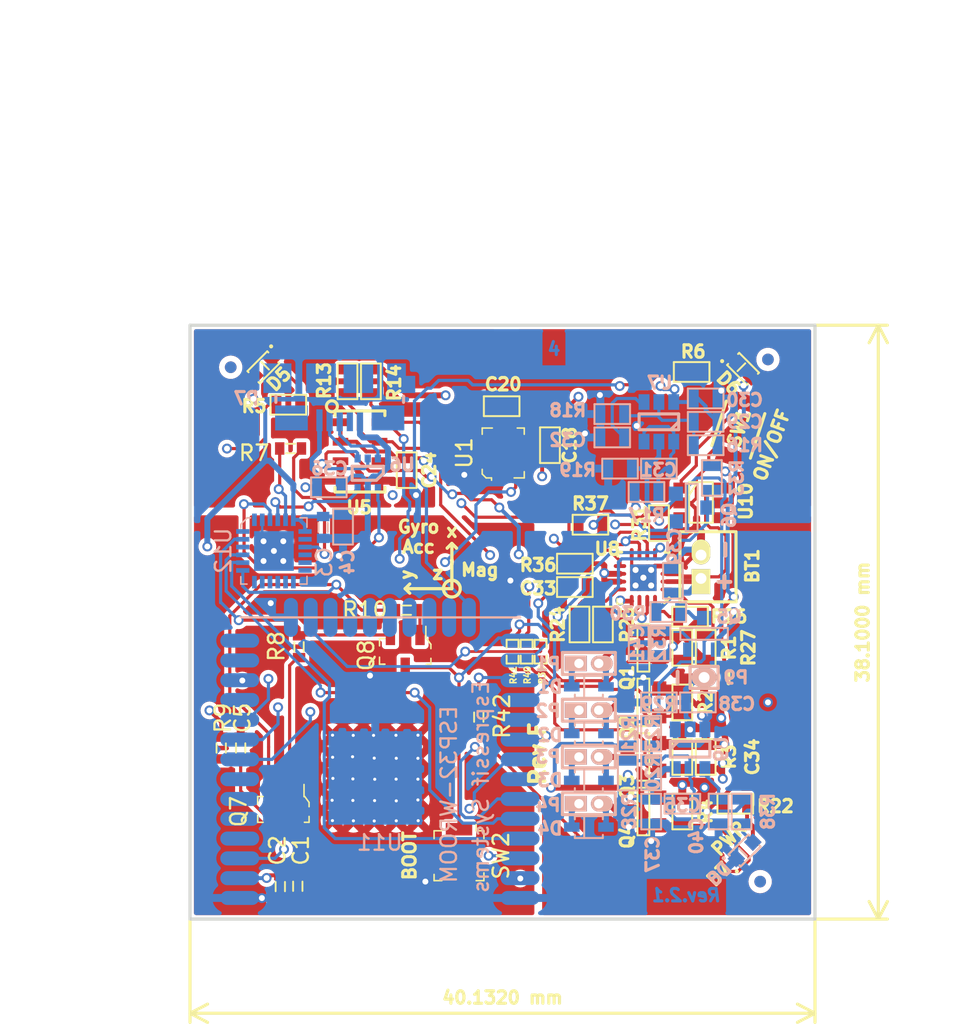
<source format=kicad_pcb>
(kicad_pcb (version 20211014) (generator pcbnew)
  (title_block (title "Crazyflie control board") (date "2020-05-12") (rev "2.1") (company "Bitcraze AB (CC BY-NC-SA)"))
  (layers (0 "F.Cu" signal "Front_L1") (1 "In1.Cu" power "Gnd_L2") (2 "In2.Cu" power "Vcc_L3") (31 "B.Cu" signal "Back_L4") (34 "B.Paste" user) (35 "F.Paste" user) (36 "B.SilkS" user "B.Silkscreen") (37 "F.SilkS" user "F.Silkscreen") (38 "B.Mask" user) (39 "F.Mask" user) (44 "Edge.Cuts" user))
  (net 0 "")
  (net 1 "+BATT")
  (net 2 "/MOTOR1")
  (net 3 "/MOTOR2")
  (net 4 "/MOTOR3")
  (net 5 "/MOTOR4")
  (net 6 "/POWER/D+")
  (net 7 "/POWER/D-")
  (net 8 "/POWER/VBAT")
  (net 9 "AGND")
  (net 10 "DGND")
  (net 11 "GND")
  (net 12 "VCC")
  (net 13 "VCCA")
  (net 14 "VCOM")
  (net 15 "Net-(C29-Pad2)")
  (net 16 "Net-(C31-Pad1)")
  (net 17 "Net-(C32-Pad1)")
  (net 18 "Net-(C35-Pad2)")
  (net 19 "Net-(C40-Pad1)")
  (net 20 "Net-(D1-Pad1)")
  (net 21 "Net-(D2-Pad1)")
  (net 22 "Net-(D3-Pad1)")
  (net 23 "Net-(D4-Pad1)")
  (net 24 "Net-(D5-Pad2)")
  (net 25 "Net-(D6-Pad2)")
  (net 26 "Net-(D7-Pad1)")
  (net 27 "Net-(D8-Pad1)")
  (net 28 "Net-(Q1-PadG)")
  (net 29 "Net-(Q2-PadG)")
  (net 30 "Net-(Q3-PadG)")
  (net 31 "Net-(Q4-PadG)")
  (net 32 "Net-(Q5-PadD)")
  (net 33 "Net-(Q6-PadD)")
  (net 34 "/I2C_SCK_VCCA")
  (net 35 "/I2C_SCL_VCCA")
  (net 36 "/PGOOD")
  (net 37 "Net-(R24-Pad2)")
  (net 38 "Net-(R25-Pad2)")
  (net 39 "Net-(R26-Pad2)")
  (net 40 "Net-(R27-Pad2)")
  (net 41 "/SYSOFF")
  (net 42 "Net-(R33-Pad1)")
  (net 43 "Net-(SW1-Pad2)")
  (net 44 "/EN1")
  (net 45 "/INT_GA")
  (net 46 "/CHG")
  (net 47 "/EN2")
  (net 48 "Net-(U11-Pad35)")
  (net 49 "Net-(U11-Pad34)")
  (net 50 "Net-(R7-Pad1)")
  (net 51 "Net-(R7-Pad2)")
  (net 52 "/POWER/VUSB")
  (net 53 "Net-(Q7-Pad1)")
  (net 54 "Net-(Q8-Pad2)")
  (net 55 "Net-(Q7-Pad2)")
  (net 56 "Net-(Q8-Pad1)")
  (net 57 "Net-(Q8-Pad3)")
  (net 58 "Net-(R6-Pad1)")
  (net 59 "Net-(C5-Pad2)")
  (net 60 "/USBD+")
  (net 61 "/USBD-")
  (net 62 "/RED")
  (footprint "SOT23GDS" (layer "F.Cu") (at 149.00148 103.50246 -90)
    (fp_text reference "Q1")
    (fp_text value "PMV31XN" hide)
  )
  (footprint "SOT23GDS" (layer "F.Cu") (at 149.00148 107.00258 -90)
    (fp_text reference "Q2")
    (fp_text value "PMV31XN" hide)
  )
  (footprint "SOT23GDS" (layer "F.Cu") (at 149.00148 110.5027 -90)
    (fp_text reference "Q3")
    (fp_text value "PMV31XN" hide)
  )
  (footprint "SOT23GDS" (layer "F.Cu") (at 149.00148 114.00282 -90)
    (fp_text reference "Q4")
    (fp_text value "PMV31XN" hide)
  )
  (footprint "SOT23_6" (layer "F.Cu") (at 152.69972 94.20352 -90)
    (fp_text reference "U10")
    (fp_text value "MAX16054" hide)
  )
  (footprint "SM0603_Capa" (layer "F.Cu") (at 152.99944 110.5027 90)
    (fp_text reference "C34")
    (fp_text value "4.7uF" hide)
  )
  (footprint "SM0603_Capa" (layer "F.Cu") (at 143 90.5 90)
    (fp_text reference "C18")
    (fp_text value "100nF" hide)
  )
  (footprint "SM0603_Capa" (layer "F.Cu") (at 139.90066 88 180)
    (fp_text reference "C20")
    (fp_text value "100nF" hide)
  )
  (footprint "SM0603" (layer "F.Cu") (at 131.50088 86.40318 -90)
    (fp_text reference "R14")
    (fp_text value "2.2k" hide)
  )
  (footprint "SM0603" (layer "F.Cu") (at 129.99974 86.40318 -90)
    (fp_text reference "R13")
    (fp_text value "2.2k" hide)
  )
  (footprint "SM0603" (layer "F.Cu") (at 154.89936 113.50244 180)
    (fp_text reference "R22")
    (fp_text value "1k" hide)
  )
  (footprint "SM0603" (layer "F.Cu") (at 151.99868 101.50348 180)
    (fp_text reference "R26")
    (fp_text value "1.2K" hide)
  )
  (footprint "SM0603" (layer "F.Cu") (at 152.99944 103.50246 90)
    (fp_text reference "R27")
    (fp_text value "10k" hide)
  )
  (footprint "SM0603" (layer "F.Cu") (at 126.1999 87.90432)
    (fp_text reference "R5")
    (fp_text value "330R" hide)
  )
  (footprint "SM0603" (layer "F.Cu") (at 151.50084 114.00282 90)
    (fp_text reference "R4")
    (fp_text value "10k" hide)
  )
  (footprint "SM0603" (layer "F.Cu") (at 151.50084 110.5027 90)
    (fp_text reference "R3")
    (fp_text value "10k" hide)
  )
  (footprint "SM0603" (layer "F.Cu") (at 151.50084 107.00258 90)
    (fp_text reference "R2")
    (fp_text value "10k" hide)
  )
  (footprint "SM0603" (layer "F.Cu") (at 151.50084 103.50246 90)
    (fp_text reference "R1")
    (fp_text value "10k" hide)
  )
  (footprint "QFN16" (layer "F.Cu") (at 148.99894 99.00412 180)
    (fp_text reference "U8")
    (fp_text value "BQ24075" hide)
  )
  (footprint "SMDLED-0603" (layer "F.Cu") (at 155.4988 116.50218 -135)
    (fp_text reference "D7")
    (fp_text value "BLUE LED" hide)
  )
  (footprint "SMDLED-0603" (layer "F.Cu") (at 155.39974 85.60308 135)
    (fp_text reference "D6")
    (fp_text value "GREEN LED" hide)
  )
  (footprint "SMDLED-0603" (layer "F.Cu") (at 124.5997 85.50402 45)
    (fp_text reference "D5")
    (fp_text value "RED LED" hide)
  )
  (footprint "SM0603" (layer "F.Cu") (at 149.9997 95.504 -90)
    (fp_text reference "R31")
    (fp_text value "100k" hide)
  )
  (footprint "SM0603" (layer "F.Cu") (at 144.89938 102.00386 90)
    (fp_text reference "R24")
    (fp_text value "1.2k" hide)
  )
  (footprint "SM0603_Capa" (layer "F.Cu") (at 144.59966 99.60356 180)
    (fp_text reference "C33")
    (fp_text value "100nF" hide)
  )
  (footprint "SM0603" (layer "F.Cu") (at 152.10028 85.80374)
    (fp_text reference "R6")
    (fp_text value "220R" hide)
  )
  (footprint "SM0603" (layer "F.Cu") (at 146.40052 102.00386 90)
    (fp_text reference "R25")
    (fp_text value "10k" hide)
  )
  (footprint "JST-B2B-ZR" (layer "F.Cu") (at 152.69972 98.30054 90)
    (fp_text reference "BT1")
    (fp_text value "BATTERY" hide)
  )
  (footprint "SM0603" (layer "F.Cu") (at 144.59966 98.10242)
    (fp_text reference "R36")
    (fp_text value "10k" hide)
  )
  (footprint "SM0603" (layer "F.Cu") (at 145.60042 95.60306)
    (fp_text reference "R37")
    (fp_text value "10k" hide)
  )
  (footprint "SPST-NO-4x2.5" (layer "F.Cu") (at 155.10002 89.50198 72)
    (fp_text reference "SW1")
    (fp_text value "PUSH ON/OFF" hide)
  )
  (footprint "SM0603_Capa" (layer "F.Cu") (at 133.79958 92.10294 -90)
    (fp_text reference "C24")
    (fp_text value "100nF" hide)
  )
  (footprint "MS5611" (layer "F.Cu") (at 130.79984 90.90406)
    (fp_text reference "U5")
    (fp_text value "MS5611-01BA03" hide)
  )
  (footprint "SM0402" (layer "F.Cu") (at 142.40002 103.74884 -90)
    (fp_text reference "R39")
    (fp_text value "100R" hide)
  )
  (footprint "SM0402" (layer "F.Cu") (at 141.50086 103.74884 -90)
    (fp_text reference "R40")
    (fp_text value "100R" hide)
  )
  (footprint "SM0402" (layer "F.Cu") (at 140.59916 103.74884 -90)
    (fp_text reference "R41")
    (fp_text value "100R" hide)
  )
  (footprint "ESP32-footprints-Lib:0603_new_new" (layer "F.Cu") (at 138.43 107.95 -90)
    (fp_text reference "R42")
    (fp_text value "100R")
  )
  (footprint "ESP32-footprints-Lib:Switch_Tactile_SMD_B3U-1000P_new_new" (layer "F.Cu") (at 137.16 116.84 -90)
    (fp_text reference "SW2")
    (fp_text value "BOOT")
  )
  (footprint "ESP32-footprints-Lib:0603_new_new" (layer "F.Cu") (at 126.80696 118.79984 -90)
    (fp_text reference "C1")
    (fp_text value "22uF")
  )
  (footprint "ESP32-footprints-Lib:0603_new_new" (layer "F.Cu") (at 125.68428 118.82016 -90)
    (fp_text reference "C2")
    (fp_text value "100nF")
  )
  (footprint "ESP32-footprints-Lib:0603_new_new" (layer "F.Cu") (at 126.34572 90.71356)
    (fp_text reference "R7")
    (fp_text value "1k")
  )
  (footprint "ESP32-footprints-Lib:0603_new_new" (layer "F.Cu") (at 123.1392 109.92716 -90)
    (fp_text reference "C5")
    (fp_text value "100nF")
  )
  (footprint "ESP32-footprints-Lib:0603_new_new" (layer "F.Cu") (at 126.88824 103.42984 90)
    (fp_text reference "R8")
    (fp_text value "10k")
  )
  (footprint "ESP32-footprints-Lib:0603_new_new" (layer "F.Cu") (at 121.88952 109.9312 -90)
    (fp_text reference "R9")
    (fp_text value "10k")
  )
  (footprint "ESP32-footprints-Lib:0603_new_new" (layer "F.Cu") (at 133.78284 101.08692)
    (fp_text reference "R10")
    (fp_text value "10k")
  )
  (footprint "digikey-footprints:SOT-23-3" (layer "F.Cu") (at 125.8824 113.86976 -90)
    (fp_text reference "Q7")
    (fp_text value "SS8050-G")
  )
  (footprint "digikey-footprints:SOT-23-3" (layer "F.Cu") (at 133.70556 103.72696 -90)
    (fp_text reference "Q8")
    (fp_text value "SS8050-G")
  )
  (footprint "Fiducials:Fiducial_0.75mm_Dia_1.5mm_Outer" (layer "F.Cu") (at 157 85)
    (fp_text reference "")
    (fp_text value "Fiducial_0.75mm_Dia_1.5mm_Outer")
  )
  (footprint "Fiducials:Fiducial_0.75mm_Dia_1.5mm_Outer" (layer "F.Cu") (at 156.5 118.5)
    (fp_text reference "")
    (fp_text value "Fiducial_0.75mm_Dia_1.5mm_Outer")
  )
  (footprint "Fiducials:Fiducial_0.75mm_Dia_1.5mm_Outer" (layer "F.Cu") (at 122.5 85.5)
    (fp_text reference "")
    (fp_text value "Fiducial_0.75mm_Dia_1.5mm_Outer")
  )
  (footprint "digikey-footprints:LGA-14L_2.5x3mm__LSM6DS3" (layer "F.Cu") (at 140 91 90)
    (fp_text reference "U1")
    (fp_text value "BMX160")
  )
  (footprint "SOT23_6" (layer "B.Cu") (at 149.99462 89.0016 180)
    (fp_text reference "U7")
    (fp_text value "TPS79301" hide)
  )
  (footprint "SOT23_6" (layer "B.Cu") (at 151.99868 110.00486)
    (fp_text reference "U9")
    (fp_text value "TPS79301" hide)
  )
  (footprint "sod323" (layer "B.Cu") (at 145.49882 106.00436 180)
    (fp_text reference "D1")
    (fp_text value "BAT54" hide)
  )
  (footprint "sod323" (layer "B.Cu") (at 145.49882 109.0041 180)
    (fp_text reference "D2")
    (fp_text value "BAT54" hide)
  )
  (footprint "sod323" (layer "B.Cu") (at 145.49882 112.00384 180)
    (fp_text reference "D3")
    (fp_text value "BAT54" hide)
  )
  (footprint "sod323" (layer "B.Cu") (at 145.49882 115.00358 180)
    (fp_text reference "D4")
    (fp_text value "BAT54" hide)
  )
  (footprint "SM0603_Capa" (layer "B.Cu") (at 152.99944 89.0016 180)
    (fp_text reference "C29")
    (fp_text value "15pF" hide)
  )
  (footprint "SM0603_Capa" (layer "B.Cu") (at 152.99944 87.503)
    (fp_text reference "C30")
    (fp_text value "4.7uF" hide)
  )
  (footprint "SM0603_Capa" (layer "B.Cu") (at 149.99462 92.00134 180)
    (fp_text reference "C31")
    (fp_text value "4.7uF" hide)
  )
  (footprint "SM0603_Capa" (layer "B.Cu") (at 146.99996 90.00236 180)
    (fp_text reference "C32")
    (fp_text value "10nF" hide)
  )
  (footprint "SM0603_Capa" (layer "B.Cu") (at 151.50084 113.50244)
    (fp_text reference "C35")
    (fp_text value "15pF" hide)
  )
  (footprint "SM0603_Capa" (layer "B.Cu") (at 128.80086 93.20276)
    (fp_text reference "C36")
    (fp_text value "100nF" hide)
  )
  (footprint "SM0603_Capa" (layer "B.Cu") (at 149.49932 114.00536 -90)
    (fp_text reference "C37")
    (fp_text value "4.7uF" hide)
  )
  (footprint "SM0603_Capa" (layer "B.Cu") (at 152.49906 107.00512 180)
    (fp_text reference "C38")
    (fp_text value "100nF" hide)
  )
  (footprint "SM0603_Capa" (layer "B.Cu") (at 150.89886 99.1997 90)
    (fp_text reference "C39")
    (fp_text value "10uF" hide)
  )
  (footprint "SM0603_Capa" (layer "B.Cu") (at 153.83002 114.00282 -90)
    (fp_text reference "C40")
    (fp_text value "10nF" hide)
  )
  (footprint "SM0603_Capa" (layer "B.Cu") (at 148.69922 103.20274 -90)
    (fp_text reference "C41")
    (fp_text value "100nF" hide)
  )
  (footprint "SM0603_Capa" (layer "B.Cu") (at 129.71272 95.7326 90)
    (fp_text reference "C4")
    (fp_text value "4.7uF" hide)
  )
  (footprint "SM0603" (layer "B.Cu") (at 147.50034 92.00388)
    (fp_text reference "R19")
    (fp_text value "0R" hide)
  )
  (footprint "SM0603" (layer "B.Cu") (at 146.99996 88.50376)
    (fp_text reference "R18")
    (fp_text value "30k" hide)
  )
  (footprint "SM0603" (layer "B.Cu") (at 149.1996 93.50248 180)
    (fp_text reference "R17")
    (fp_text value "10R" hide)
  )
  (footprint "SM0603" (layer "B.Cu") (at 152.99944 90.50274)
    (fp_text reference "R16")
    (fp_text value "39k" hide)
  )
  (footprint "SM0603" (layer "B.Cu") (at 149.49932 111.506 -90)
    (fp_text reference "R20")
    (fp_text value "42.2k" hide)
  )
  (footprint "SM0603" (layer "B.Cu") (at 148.00072 109.0041 -90)
    (fp_text reference "R21")
    (fp_text value "300k" hide)
  )
  (footprint "SM0603" (layer "B.Cu") (at 149.49932 109.0041 90)
    (fp_text reference "R23")
    (fp_text value "150k" hide)
  )
  (footprint "SM0603" (layer "B.Cu") (at 147.99818 111.506 90)
    (fp_text reference "R28")
    (fp_text value "30k" hide)
  )
  (footprint "SM0603" (layer "B.Cu") (at 149.9997 107.00512)
    (fp_text reference "R29")
    (fp_text value "0R" hide)
  )
  (footprint "SM0603" (layer "B.Cu") (at 150.59914 101.20122 180)
    (fp_text reference "R30")
    (fp_text value "20k" hide)
  )
  (footprint "PINHEADER_127_2X1" (layer "B.Cu") (at 145.49882 113.50244 90)
    (fp_text reference "P4")
    (fp_text value "CONN_2" hide)
  )
  (footprint "PINHEADER_127_2X1" (layer "B.Cu") (at 145.49882 110.5027 90)
    (fp_text reference "P3")
    (fp_text value "CONN_2" hide)
  )
  (footprint "PINHEADER_127_2X1" (layer "B.Cu") (at 145.49882 107.50296 90)
    (fp_text reference "P2")
    (fp_text value "CONN_2" hide)
  )
  (footprint "PINHEADER_127_2X1" (layer "B.Cu") (at 145.49882 104.50322 90)
    (fp_text reference "P1")
    (fp_text value "CONN_2" hide)
  )
  (footprint "SM0603" (layer "B.Cu") (at 150.09876 103.20274 90)
    (fp_text reference "R32")
    (fp_text value "10k" hide)
  )
  (footprint "SOT363" (layer "B.Cu") (at 131.30022 92.3036 90)
    (fp_text reference "U6")
    (fp_text value "NUF2221" hide)
  )
  (footprint "ZX62-B-5PA_11_CFK" (layer "B.Cu") (at 129.49936 86.20252)
    (fp_text reference "P7")
    (fp_text value "MICRO-B-USB" hide)
  )
  (footprint "SM0603" (layer "B.Cu") (at 153.40076 92.60332 -90)
    (fp_text reference "R33")
    (fp_text value "10k" hide)
  )
  (footprint "PINHEADER_127_1X1" (layer "B.Cu") (at 152.90038 105.40238)
    (fp_text reference "P9")
    (fp_text value "CONN_1" hide)
  )
  (footprint "SOT23GDS" (layer "B.Cu") (at 152.90038 102.6033)
    (fp_text reference "Q5")
    (fp_text value "2N7002" hide)
  )
  (footprint "SOT23GDS" (layer "B.Cu") (at 152.10028 94.50324 -90)
    (fp_text reference "Q6")
    (fp_text value "2N7002" hide)
  )
  (footprint "SMDLED-0603" (layer "B.Cu") (at 155.4988 116.50218 -135)
    (fp_text reference "D8")
    (fp_text value "BLUE LED" hide)
  )
  (footprint "SM0603" (layer "B.Cu") (at 155.30068 114.00282 90)
    (fp_text reference "R38")
    (fp_text value "1k" hide)
  )
  (footprint "ESP32-footprints-Lib:ESP32-WROOM-32_new" (layer "B.Cu") (at 132.08 114.3 180)
    (fp_text reference "U11")
    (fp_text value "ESP32-WROOM")
  )
  (footprint "ESP32-footprints-Lib:0603_new_new" (layer "B.Cu") (at 128.43256 95.77728 90)
    (fp_text reference "C3")
    (fp_text value "100nF")
  )
  (footprint "ESP32-footprints-Lib:QFN-24-1EP_4x4mm_new_new_new" (layer "B.Cu") (at 125.2728 97.28708 -90)
    (fp_text reference "U12")
    (fp_text value "CP2102N-A01-GQFN24")
  )
  (footprint "Fiducials:Fiducial_0.75mm_Dia_1.5mm_Outer" (layer "B.Cu") (at 122.5 85.5)
    (fp_text reference "")
    (fp_text value "Fiducial_0.75mm_Dia_1.5mm_Outer")
  )
  (footprint "Fiducials:Fiducial_0.75mm_Dia_1.5mm_Outer" (layer "B.Cu") (at 157 85)
    (fp_text reference "")
    (fp_text value "Fiducial_0.75mm_Dia_1.5mm_Outer")
  )
  (footprint "Fiducials:Fiducial_0.75mm_Dia_1.5mm_Outer" (layer "B.Cu") (at 156.5 118.5)
    (fp_text reference "")
    (fp_text value "Fiducial_0.75mm_Dia_1.5mm_Outer")
  )
  (gr_line (start 133.70052 99.70262) (end 134.00024 99.4029) (layer "F.SilkS") (width 0.20066))
  (gr_line (start 133.70052 99.70262) (end 134.00024 100.00234) (layer "F.SilkS") (width 0.20066))
  (gr_line (start 136.70026 99.70262) (end 133.70052 99.70262) (layer "F.SilkS") (width 0.20066))
  (gr_line (start 151.99868 104.70388) (end 151.99868 105.8037) (layer "F.SilkS") (width 0.20066))
  (gr_line (start 136.70026 96.80194) (end 136.40054 97.10166) (layer "F.SilkS") (width 0.20066))
  (gr_line (start 153.79954 104.70388) (end 151.99868 104.70388) (layer "F.SilkS") (width 0.20066))
  (gr_line (start 153.79954 106.10342) (end 153.79954 104.70388) (layer "F.SilkS") (width 0.20066))
  (gr_line (start 136.70026 99.70262) (end 133.70052 99.70262) (layer "F.SilkS") (width 0.20066))
  (gr_line (start 136.70026 96.80194) (end 136.99998 97.10166) (layer "F.SilkS") (width 0.20066))
  (gr_line (start 136.70026 96.80194) (end 136.70026 99.70262) (layer "F.SilkS") (width 0.20066))
  (gr_line (start 152.19934 106.10342) (end 153.79954 106.10342) (layer "F.SilkS") (width 0.20066))
  (gr_circle (center 136.70026 99.70262) (end 136.90092 100.203) (layer "F.SilkS") (width 0.20066) (fill none))
  (gr_line (start 136.70026 96.80194) (end 136.70026 99.70262) (layer "F.SilkS") (width 0.20066))
  (gr_line (start 136.40054 97.10166) (end 136.40054 97.1042) (layer "F.SilkS") (width 0.20066))
  (gr_line (start 136.99998 97.10166) (end 136.99998 97.1042) (layer "F.SilkS") (width 0.20066))
  (gr_circle (center 136.70026 99.70262) (end 136.90092 100.203) (layer "F.SilkS") (width 0.20066) (fill none))
  (gr_line (start 136.70026 96.80194) (end 136.99998 97.10166) (layer "F.SilkS") (width 0.20066))
  (gr_line (start 136.40054 97.10166) (end 136.40054 97.1042) (layer "F.SilkS") (width 0.20066))
  (gr_line (start 136.99998 97.10166) (end 136.99998 97.1042) (layer "F.SilkS") (width 0.20066))
  (gr_line (start 136.70026 96.80194) (end 136.40054 97.10166) (layer "F.SilkS") (width 0.20066))
  (gr_line (start 119.888 82.804) (end 160.02 82.804) (layer "Edge.Cuts") (width 0.20066))
  (gr_line (start 119.888 82.804) (end 119.888 120.904) (layer "Edge.Cuts") (width 0.20066))
  (gr_line (start 160.02 120.904) (end 119.888 120.904) (layer "Edge.Cuts") (width 0.20066))
  (gr_line (start 160.02 120.904) (end 160.02 82.804) (layer "Edge.Cuts") (width 0.20066))
  (gr_text "1" (at 140.208 84.328) (layer "F.Cu") (effects (font (size 0.8001 0.8001) (thickness 0.20066))))
  (gr_text "4" (at 143.256 84.328) (layer "B.Cu") (effects (font (size 0.8001 0.8001) (thickness 0.200025))))
  (gr_text "Rev.2.1" (at 151.765 119.38) (layer "B.Cu") (effects (font (size 0.8001 0.8001) (thickness 0.200025) italic) (justify mirror)))
  (gr_text "-" (at 154.20086 97.20072 90) (layer "B.SilkS") (effects (font (size 1.00076 1.00076) (thickness 0.25146))))
  (gr_text "+" (at 154.20086 99.1997) (layer "B.SilkS") (effects (font (size 1.00076 1.00076) (thickness 0.25146))))
  (gr_text "-" (at 151.13 105.41 90) (layer "B.SilkS") (effects (font (size 1.00076 1.00076) (thickness 0.24892))))
  (gr_text "z" (at 135.79856 98.70186) (layer "F.SilkS") (effects (font (size 0.8001 0.8001) (thickness 0.20066))))
  (gr_text "x" (at 136.70026 96.00184) (layer "F.SilkS") (effects (font (size 0.8001 0.8001) (thickness 0.20066))))
  (gr_text "Gyro\nAcc" (at 134.56412 96.38284) (layer "F.SilkS") (effects (font (size 0.8001 0.8001) (thickness 0.20066))))
  (gr_text "+" (at 154.20086 99.1997) (layer "F.SilkS") (effects (font (size 1.00076 1.00076) (thickness 0.25146))))
  (gr_text "Rev.F" (at 142.19936 110.2995 90) (layer "F.SilkS") (effects (font (size 1.00076 1.00076) (thickness 0.25146))))
  (gr_text "y" (at 133.79958 98.80346 90) (layer "F.SilkS") (effects (font (size 0.8001 0.8001) (thickness 0.20066))))
  (gr_text "PWR" (at 154.5 115.75 45) (layer "F.SilkS") (effects (font (size 0.8001 0.8001) (thickness 0.200025))))
  (gr_text "Mag" (at 138.5 98.5) (layer "F.SilkS") (effects (font (size 0.8001 0.8001) (thickness 0.20066))))
  (gr_text "-" (at 154.39898 105.40238 90) (layer "F.SilkS") (effects (font (size 1.00076 1.00076) (thickness 0.25146))))
  (gr_text "BOOT" (at 133.985 116.84 90) (layer "F.SilkS") (effects (font (size 0.8001 0.8001) (thickness 0.200025))))
  (gr_text "z" (at 135.79856 98.70186) (layer "F.SilkS") (effects (font (size 0.8001 0.8001) (thickness 0.20066))))
  (gr_text "ON/OFF" (at 157.25 90.5 70) (layer "F.SilkS") (effects (font (size 0.8001 0.8001) (thickness 0.200025))))
  (gr_text "-" (at 154.20086 97.20072 90) (layer "F.SilkS") (effects (font (size 1.00076 1.00076) (thickness 0.25146))))
  (dimension (type aligned) (layer "F.SilkS") (pts (xy 160.02 120.904) (xy 119.888 120.904)) (height -6.042451) (gr_text "40.1320 mm" (at 139.954 125.946326) (layer "F.SilkS") (effects (font (size 0.8001 0.8001) (thickness 0.200025)))) (format (units 2) (units_format 1) (precision 4)) (style (thickness 0.200025) (arrow_length 1.27) (text_position_mode 0) (extension_height 0.58642) (extension_offset 0) keep_text_aligned))
  (dimension (type aligned) (layer "F.SilkS") (pts (xy 160.02 120.904) (xy 160.02 82.804)) (height 4.064) (gr_text "38.1000 mm" (at 163.083875 101.854 90) (layer "F.SilkS") (effects (font (size 0.8001 0.8001) (thickness 0.200025)))) (format (units 2) (units_format 1) (precision 4)) (style (thickness 0.200025) (arrow_length 1.27) (text_position_mode 0) (extension_height 0.58642) (extension_offset 0) keep_text_aligned))
  (segment (start 153.80208 95.80118) (end 154.29992 96.29902) (width 0.2032) (layer "F.Cu") (net 1))
  (segment (start 152.99944 95.50146) (end 153.29916 95.80118) (width 0.2032) (layer "F.Cu") (net 1))
  (segment (start 154.29992 96.29902) (end 154.29992 98.5012) (width 0.2032) (layer "F.Cu") (net 1))
  (segment (start 153.29916 95.80118) (end 153.80208 95.80118) (width 0.2032) (layer "F.Cu") (net 1))
  (segment (start 150.50008 98.7552) (end 151.35606 98.7552) (width 0.3048) (layer "F.Cu") (net 1))
  (segment (start 151.5491 98.94824) (end 153.10104 98.94824) (width 0.3048) (layer "F.Cu") (net 1))
  (segment (start 154.29992 98.5012) (end 153.85288 98.94824) (width 0.2032) (layer "F.Cu") (net 1))
  (segment (start 153.24836 93.25102) (end 152.99944 93.49994) (width 0.2032) (layer "F.Cu") (net 1))
  (segment (start 152.79624 99.25304) (end 153.10104 98.94824) (width 0.3048) (layer "F.Cu") (net 1))
  (segment (start 151.35606 98.7552) (end 151.5491 98.94824) (width 0.3048) (layer "F.Cu") (net 1))
  (segment (start 150.50008 99.25304) (end 152.64638 99.25304) (width 0.254) (layer "F.Cu") (net 1))
  (segment (start 153.96972 93.25102) (end 153.24836 93.25102) (width 0.2032) (layer "F.Cu") (net 1))
  (segment (start 152.99944 93.49994) (end 152.99944 95.50146) (width 0.2032) (layer "F.Cu") (net 1))
  (segment (start 150.50008 99.25304) (end 152.79624 99.25304) (width 0.3048) (layer "F.Cu") (net 1))
  (segment (start 153.85288 98.94824) (end 153.10104 98.94824) (width 0.2032) (layer "F.Cu") (net 1))
  (segment (start 152.64638 99.25304) (end 152.69972 99.04984) (width 0.254) (layer "F.Cu") (net 1))
  (segment (start 144.399 107.96778) (end 144.86382 107.50296) (width 0.381) (layer "B.Cu") (net 1))
  (segment (start 150.89886 100.1395) (end 149.83714 101.20122) (width 0.254) (layer "B.Cu") (net 1))
  (segment (start 144.399 113.96726) (end 144.86382 113.50244) (width 0.381) (layer "B.Cu") (net 1))
  (segment (start 144.399 110.96752) (end 144.86382 110.5027) (width 0.381) (layer "B.Cu") (net 1))
  (segment (start 144.399 112.00384) (end 144.399 110.96752) (width 0.381) (layer "B.Cu") (net 1))
  (segment (start 144.399 104.96804) (end 144.86382 104.50322) (width 0.381) (layer "B.Cu") (net 1))
  (segment (start 150.89886 99.9617) (end 150.89886 100.1395) (width 0.254) (layer "B.Cu") (net 1))
  (segment (start 144.399 106.00436) (end 144.399 104.96804) (width 0.381) (layer "B.Cu") (net 1))
  (segment (start 151.93772 99.9617) (end 152.69972 99.04984) (width 0.381) (layer "B.Cu") (net 1))
  (segment (start 150.89886 99.9617) (end 151.93772 99.9617) (width 0.381) (layer "B.Cu") (net 1))
  (segment (start 144.399 115.00358) (end 144.399 113.96726) (width 0.381) (layer "B.Cu") (net 1))
  (segment (start 144.399 109.0041) (end 144.399 107.96778) (width 0.381) (layer "B.Cu") (net 1))
  (segment (start 137.560049 103.739951) (end 137.560049 103.739951) (width 0.1778) (layer "F.Cu") (net 2))
  (segment (start 142.361919 103.739951) (end 141.993621 103.739951) (width 0.2032) (layer "F.Cu") (net 2))
  (segment (start 142.40002 103.70185) (end 142.361919 103.739951) (width 0.2032) (layer "F.Cu") (net 2))
  (segment (start 142.40002 103.29926) (end 142.40002 103.70185) (width 0.2032) (layer "F.Cu") (net 2))
  (segment (start 141.993621 103.739951) (end 137.560049 103.739951) (width 0.1778) (layer "F.Cu") (net 2))
  (via (at 137.560049 103.739951) (size 0.635) (drill 0.381) (layers "F.Cu" "B.Cu") (net 2))
  (segment (start 136.601199 104.698801) (end 130.098801 104.698801) (width 0.1778) (layer "B.Cu") (net 2))
  (segment (start 127.635 101.55) (end 127.635 102.35) (width 0.2032) (layer "B.Cu") (net 2))
  (segment (start 129.983801 104.698801) (end 130.098801 104.698801) (width 0.2032) (layer "B.Cu") (net 2))
  (segment (start 127.635 102.35) (end 129.983801 104.698801) (width 0.2032) (layer "B.Cu") (net 2))
  (segment (start 137.560049 103.739951) (end 136.601199 104.698801) (width 0.1778) (layer "B.Cu") (net 2))
  (segment (start 141.63802 101.47046) (end 141.63802 101.76256) (width 0.2032) (layer "F.Cu") (net 3))
  (segment (start 141.63802 102.4636) (end 141.50086 102.60076) (width 0.2032) (layer "F.Cu") (net 3))
  (segment (start 141.63802 99.84486) (end 141.63802 101.47046) (width 0.2032) (layer "F.Cu") (net 3))
  (segment (start 141.63802 101.76256) (end 141.63802 102.4636) (width 0.2032) (layer "F.Cu") (net 3))
  (segment (start 141.50086 102.60076) (end 141.50086 103.29926) (width 0.2032) (layer "F.Cu") (net 3))
  (segment (start 141.67866 99.80422) (end 141.63802 99.84486) (width 0.2032) (layer "F.Cu") (net 3))
  (segment (start 141.67866 99.56292) (end 141.67866 99.80422) (width 0.2032) (layer "F.Cu") (net 3))
  (via (at 141.67866 99.56292) (size 0.635) (drill 0.381) (layers "F.Cu" "B.Cu") (net 3))
  (via (at 141.097 118.3005) (size 0.635) (drill 0.381) (layers "F.Cu" "B.Cu") (net 3))
  (segment (start 141.04874 102.4509) (end 141.04874 102) (width 0.2032) (layer "F.Cu") (net 4))
  (segment (start 140.59916 102.90048) (end 140.59916 103.29926) (width 0.2032) (layer "F.Cu") (net 4))
  (segment (start 141.04874 102.4509) (end 140.59916 102.90048) (width 0.2032) (layer "F.Cu") (net 4))
  (via (at 141.04874 102) (size 0.635) (drill 0.381) (layers "F.Cu" "B.Cu") (net 4))
  (segment (start 142.941039 102.691039) (end 142.25 102) (width 0.2032) (layer "B.Cu") (net 4))
  (segment (start 141.08 104.14) (end 141.88 104.14) (width 0.1778) (layer "B.Cu") (net 4))
  (segment (start 142.941039 103.078961) (end 142.941039 102.95338) (width 0.1778) (layer "B.Cu") (net 4))
  (segment (start 142.25 102) (end 141.04874 102) (width 0.2032) (layer "B.Cu") (net 4))
  (segment (start 141.88 104.14) (end 142.941039 103.078961) (width 0.1778) (layer "B.Cu") (net 4))
  (segment (start 141.77 104.14) (end 140.97 104.14) (width 0.2032) (layer "B.Cu") (net 4))
  (segment (start 142.941039 102.95338) (end 142.941039 102.691039) (width 0.2032) (layer "B.Cu") (net 4))
  (segment (start 138.43 107.25) (end 138.43 105.41) (width 0.2032) (layer "F.Cu") (net 5))
  (via (at 138.43 105.41) (size 0.635) (drill 0.381) (layers "F.Cu" "B.Cu") (net 5))
  (segment (start 138.43 105.41) (end 138.43 105.41) (width 0.2032) (layer "B.Cu") (net 5))
  (segment (start 140.97 105.41) (end 138.43 105.41) (width 0.2032) (layer "B.Cu") (net 5))
  (segment (start 130.23088 90.55354) (end 129.49936 89.82202) (width 0.2032) (layer "B.Cu") (net 6))
  (segment (start 131.62026 90.55354) (end 130.23088 90.55354) (width 0.2032) (layer "B.Cu") (net 6))
  (segment (start 131.95046 91.35364) (end 131.95046 90.88374) (width 0.2032) (layer "B.Cu") (net 6))
  (segment (start 129.49936 89.82202) (end 129.49936 88.90254) (width 0.2032) (layer "B.Cu") (net 6))
  (segment (start 131.95046 90.88374) (end 131.62026 90.55354) (width 0.2032) (layer "B.Cu") (net 6))
  (segment (start 130.64998 91.01328) (end 130.55092 90.91422) (width 0.2032) (layer "B.Cu") (net 7))
  (segment (start 130.55092 90.91422) (end 129.93116 90.91422) (width 0.2032) (layer "B.Cu") (net 7))
  (segment (start 128.84912 89.83218) (end 128.84912 88.90254) (width 0.2032) (layer "B.Cu") (net 7))
  (segment (start 129.93116 90.91422) (end 128.84912 89.83218) (width 0.2032) (layer "B.Cu") (net 7))
  (segment (start 130.64998 91.35364) (end 130.64998 91.01328) (width 0.2032) (layer "B.Cu") (net 7))
  (segment (start 151.43734 102.44074) (end 150.09876 102.44074) (width 0.2032) (layer "B.Cu") (net 8))
  (segment (start 152.01138 103.01478) (end 151.43734 102.44074) (width 0.2032) (layer "B.Cu") (net 8))
  (segment (start 152.01138 103.6193) (end 152.01138 103.01478) (width 0.2032) (layer "B.Cu") (net 8))
  (segment (start 150.09876 102.44074) (end 148.69922 102.44074) (width 0.2032) (layer "B.Cu") (net 8))
  (segment (start 133.79958 92.86494) (end 133.79958 93.1037) (width 0.254) (layer "F.Cu") (net 9))
  (segment (start 133.71322 92.77858) (end 133.79958 92.86494) (width 0.254) (layer "F.Cu") (net 9))
  (segment (start 132.04952 92.77858) (end 133.71322 92.77858) (width 0.254) (layer "F.Cu") (net 9))
  (segment (start 140.25 92.175) (end 139.75 92.175) (width 0.254) (layer "F.Cu") (net 9))
  (segment (start 140.925 91) (end 140.925 90.5) (width 0.254) (layer "F.Cu") (net 9))
  (segment (start 131.29514 92.77858) (end 132.04952 92.77858) (width 0.254) (layer "F.Cu") (net 9))
  (segment (start 140.925 90.5) (end 141.1375 90.5) (width 0.254) (layer "F.Cu") (net 9))
  (segment (start 141.5 90.1375) (end 141.5 89.5) (width 0.254) (layer "F.Cu") (net 9))
  (segment (start 133.79958 93.1037) (end 134.39902 93.70314) (width 0.254) (layer "F.Cu") (net 9))
  (segment (start 148.4503 89.3826) (end 148.56968 89.26322) (width 0.2032) (layer "F.Cu") (net 9))
  (segment (start 139.13866 88) (end 137.8983 88) (width 0.381) (layer "F.Cu") (net 9))
  (segment (start 129.55016 92.77858) (end 132.04952 92.77858) (width 0.381) (layer "F.Cu") (net 9))
  (segment (start 141.1375 90.5) (end 141.5 90.1375) (width 0.254) (layer "F.Cu") (net 9))
  (segment (start 129.55016 91.5289) (end 129.55016 92.77858) (width 0.381) (layer "F.Cu") (net 9))
  (via (at 146.21002 87.28202) (size 0.635) (drill 0.381) (layers "F.Cu" "B.Cu") (net 9))
  (via (at 134.39902 93.70314) (size 0.635) (drill 0.381) (layers "F.Cu" "B.Cu") (net 9))
  (via (at 145.25 89.75) (size 0.635) (drill 0.381) (layers "F.Cu" "B.Cu") (net 9))
  (via (at 137.50036 92.40266) (size 0.635) (drill 0.381) (layers "F.Cu" "B.Cu") (net 9))
  (via (at 154 87) (size 0.635) (drill 0.381) (layers "F.Cu" "B.Cu") (net 9))
  (via (at 148.56968 89.26322) (size 0.635) (drill 0.381) (layers "F.Cu" "B.Cu") (net 9))
  (segment (start 146.23542 88.5063) (end 146.23796 88.50376) (width 0.254) (layer "B.Cu") (net 9))
  (segment (start 146.23796 87.30996) (end 146.23796 88.50376) (width 0.254) (layer "B.Cu") (net 9))
  (segment (start 137.49782 92.40012) (end 137.50036 92.40266) (width 0.254) (layer "B.Cu") (net 9))
  (segment (start 146.23796 88.50376) (end 146.23796 90.00236) (width 0.254) (layer "B.Cu") (net 9))
  (segment (start 153.76144 87.503) (end 153.76144 86.36508) (width 0.254) (layer "B.Cu") (net 9))
  (segment (start 146.21002 87.28202) (end 146.23796 87.30996) (width 0.254) (layer "B.Cu") (net 9))
  (segment (start 146.73834 92.43314) (end 146.73834 92.00388) (width 0.254) (layer "B.Cu") (net 9))
  (segment (start 153.76144 87.4649) (end 153.76144 87.503) (width 0.254) (layer "B.Cu") (net 9))
  (segment (start 154.96794 116.97208) (end 153.89586 115.9) (width 0.254) (layer "F.Cu") (net 10))
  (segment (start 153.89586 115.9) (end 149.5 115.9) (width 0.254) (layer "F.Cu") (net 10))
  (segment (start 154.96794 116.97208) (end 154.96794 117.03304) (width 0.254) (layer "F.Cu") (net 10))
  (segment (start 124.55796 119.49984) (end 124.5 119.5578) (width 0.254) (layer "F.Cu") (net 10))
  (segment (start 126.80696 119.49984) (end 124.55796 119.49984) (width 0.254) (layer "F.Cu") (net 10))
  (via (at 129.43586 97.6) (size 0.635) (drill 0.381) (layers "F.Cu" "B.Cu") (net 10))
  (via (at 148.19884 105.10266) (size 0.635) (drill 0.381) (layers "F.Cu" "B.Cu") (net 10))
  (via (at 135 118.5) (size 0.635) (drill 0.381) (layers "F.Cu" "B.Cu") (net 10))
  (via (at 124.5 119.5578) (size 0.635) (drill 0.381) (layers "F.Cu" "B.Cu") (net 10))
  (via (at 148.99894 105.40238) (size 0.635) (drill 0.381) (layers "F.Cu" "B.Cu") (net 10))
  (via (at 140.462 99.187) (size 0.635) (drill 0.381) (layers "F.Cu" "B.Cu") (net 10))
  (via (at 125.0696 100.6348) (size 0.635) (drill 0.381) (layers "F.Cu" "B.Cu") (net 10))
  (via (at 148.0693 115) (size 0.635) (drill 0.381) (layers "F.Cu" "B.Cu") (net 10))
  (via (at 149.5 115.9) (size 0.635) (drill 0.381) (layers "F.Cu" "B.Cu") (net 10))
  (via (at 148.00072 111.65332) (size 0.635) (drill 0.381) (layers "F.Cu" "B.Cu") (net 10))
  (via (at 131.445 105.283) (size 0.635) (drill 0.381) (layers "F.Cu" "B.Cu") (net 10))
  (segment (start 129.43586 97.68586) (end 129.43586 97.68586) (width 0.254) (layer "B.Cu") (net 10))
  (segment (start 125.0696 100.6348) (end 125.0696 100.857) (width 0.1524) (layer "B.Cu") (net 10))
  (segment (start 130.95732 96.2025) (end 131.30022 96.2025) (width 0.381) (layer "B.Cu") (net 10))
  (segment (start 144.09928 101.7524) (end 145.98904 101.7524) (width 0.254) (layer "B.Cu") (net 10))
  (segment (start 124.5228 96.57772) (end 124.60732 96.66224) (width 0.1524) (layer "B.Cu") (net 10))
  (segment (start 131.99872 92.50426) (end 131.6482 92.50426) (width 0.381) (layer "B.Cu") (net 10))
  (segment (start 129.71272 96.4946) (end 130.66522 96.4946) (width 0.381) (layer "B.Cu") (net 10))
  (segment (start 146.7485 101.74224) (end 145.9992 101.74224) (width 0.254) (layer "B.Cu") (net 10))
  (segment (start 131.30022 92.85478) (end 131.30022 92.85224) (width 0.381) (layer "B.Cu") (net 10))
  (segment (start 132.6007 91.90228) (end 131.99872 92.50426) (width 0.381) (layer "B.Cu") (net 10))
  (segment (start 147.955 112.268) (end 147.48002 112.74298) (width 0.254) (layer "B.Cu") (net 10))
  (segment (start 154.96794 117.03304) (end 154.96794 115.90274) (width 0.254) (layer "B.Cu") (net 10))
  (segment (start 150.13432 114.76736) (end 149.49932 114.76736) (width 0.254) (layer "B.Cu") (net 10))
  (segment (start 153.20772 114.76482) (end 152.7683 115.20424) (width 0.254) (layer "B.Cu") (net 10))
  (segment (start 124.5 119.5578) (end 123.0878 119.5578) (width 0.254) (layer "B.Cu") (net 10))
  (segment (start 149.49932 114.76736) (end 149.49932 114.78514) (width 0.381) (layer "B.Cu") (net 10))
  (segment (start 129.94536 96.49864) (end 129.95656 96.50984) (width 0.1524) (layer "B.Cu") (net 10))
  (segment (start 129.71272 96.4946) (end 128.44988 96.4946) (width 0.254) (layer "B.Cu") (net 10))
  (segment (start 130.31216 92.45346) (end 129.56286 93.20276) (width 0.254) (layer "B.Cu") (net 10))
  (segment (start 146.97964 101.97338) (end 146.7485 101.74224) (width 0.254) (layer "B.Cu") (net 10))
  (segment (start 153.83002 114.76482) (end 153.20772 114.76482) (width 0.254) (layer "B.Cu") (net 10))
  (segment (start 149.2377 105.64114) (end 148.99894 105.40238) (width 0.254) (layer "B.Cu") (net 10))
  (segment (start 147.99818 112.268) (end 147.99818 111.65586) (width 0.254) (layer "B.Cu") (net 10))
  (segment (start 130.79984 88.90254) (end 130.79984 89.81186) (width 0.381) (layer "B.Cu") (net 10))
  (segment (start 147.99818 111.65586) (end 148.00072 111.65332) (width 0.254) (layer "B.Cu") (net 10))
  (segment (start 130.99034 90.00236) (end 130.79984 89.81186) (width 0.381) (layer "B.Cu") (net 10))
  (segment (start 122.97 119.38) (end 122.17 119.38) (width 0.1524) (layer "B.Cu") (net 10))
  (segment (start 131.30022 93.25356) (end 131.30022 92.85478) (width 0.381) (layer "B.Cu") (net 10))
  (segment (start 147.99818 112.268) (end 147.955 112.268) (width 0.254) (layer "B.Cu") (net 10))
  (segment (start 131.30022 92.85478) (end 130.8989 92.45346) (width 0.254) (layer "B.Cu") (net 10))
  (segment (start 148.19884 104.9528) (end 146.97964 103.7336) (width 0.254) (layer "B.Cu") (net 10))
  (segment (start 153.49728 114.76736) (end 153.83002 114.76482) (width 0.254) (layer "B.Cu") (net 10))
  (segment (start 123.0878 119.5578) (end 123.08 119.55) (width 0.254) (layer "B.Cu") (net 10))
  (segment (start 129.71272 97.22314) (end 129.43586 97.5) (width 0.254) (layer "B.Cu") (net 10))
  (segment (start 153.49728 114.76736) (end 153.83002 114.76482) (width 0.254) (layer "B.Cu") (net 10))
  (segment (start 148.49856 105.40238) (end 148.19884 105.10266) (width 0.254) (layer "B.Cu") (net 10))
  (segment (start 132.6007 91.90228) (end 132.6007 90.73388) (width 0.381) (layer "B.Cu") (net 10))
  (segment (start 149.2377 107.00512) (end 149.2377 105.64114) (width 0.254) (layer "B.Cu") (net 10))
  (segment (start 124.5228 95.28708) (end 124.5228 96.57772) (width 0.1524) (layer "B.Cu") (net 10))
  (segment (start 132.6007 90.73388) (end 131.86918 90.00236) (width 0.381) (layer "B.Cu") (net 10))
  (segment (start 146.97964 103.7336) (end 146.97964 101.97338) (width 0.254) (layer "B.Cu") (net 10))
  (segment (start 123.231066 119.55) (end 123.155533 119.625533) (width 0.1524) (layer "B.Cu") (net 10))
  (segment (start 125.0696 100.857) (end 125.0696 100.6348) (width 0.1524) (layer "B.Cu") (net 10))
  (segment (start 131.6482 92.50426) (end 131.30022 92.85224) (width 0.381) (layer "B.Cu") (net 10))
  (segment (start 148.19884 105.10266) (end 148.19884 104.9528) (width 0.254) (layer "B.Cu") (net 10))
  (segment (start 147.48002 114.48288) (end 148.0693 115.07216) (width 0.254) (layer "B.Cu") (net 10))
  (segment (start 131.30022 93.25356) (end 131.30022 96.2025) (width 0.381) (layer "B.Cu") (net 10))
  (segment (start 152.7683 115.20424) (end 150.5712 115.20424) (width 0.254) (layer "B.Cu") (net 10))
  (segment (start 128.44988 96.4946) (end 128.43256 96.47728) (width 0.254) (layer "B.Cu") (net 10))
  (segment (start 154.96794 115.90274) (end 153.83002 114.76482) (width 0.254) (layer "B.Cu") (net 10))
  (segment (start 131.86918 90.00236) (end 130.99034 90.00236) (width 0.381) (layer "B.Cu") (net 10))
  (segment (start 147.48002 112.74298) (end 147.48002 114.48288) (width 0.254) (layer "B.Cu") (net 10))
  (segment (start 129.71272 96.4946) (end 129.71272 97.22314) (width 0.254) (layer "B.Cu") (net 10))
  (segment (start 130.66522 96.4946) (end 130.95732 96.2025) (width 0.381) (layer "B.Cu") (net 10))
  (segment (start 148.99894 105.40238) (end 148.49856 105.40238) (width 0.254) (layer "B.Cu") (net 10))
  (segment (start 154.72156 117.27942) (end 154.96794 117.03304) (width 0.254) (layer "B.Cu") (net 10))
  (segment (start 150.5712 115.20424) (end 150.13432 114.76736) (width 0.254) (layer "B.Cu") (net 10))
  (segment (start 130.8989 92.45346) (end 130.31216 92.45346) (width 0.254) (layer "B.Cu") (net 10))
  (segment (start 145.98904 101.7524) (end 145.9992 101.74224) (width 0.254) (layer "B.Cu") (net 10))
  (segment (start 154.72156 117.27942) (end 154.96794 117.03304) (width 0.254) (layer "B.Cu") (net 10))
  (segment (start 153.8986 108.80344) (end 153.8986 108.10494) (width 0.3048) (layer "F.Cu") (net 11))
  (segment (start 154.54376 91.21394) (end 154.57424 91.11742) (width 0.2032) (layer "F.Cu") (net 11))
  (segment (start 152.4 92.60332) (end 152.4 93.90126) (width 0.2032) (layer "F.Cu") (net 11))
  (segment (start 152.15362 113.24082) (end 152.93086 112.46358) (width 0.3048) (layer "F.Cu") (net 11))
  (segment (start 151.50084 106.24058) (end 150.14448 106.24058) (width 0.3048) (layer "F.Cu") (net 11))
  (segment (start 151.50084 113.24082) (end 152.15362 113.24082) (width 0.3048) (layer "F.Cu") (net 11))
  (segment (start 150.46198 94.742) (end 149.9997 94.742) (width 0.2032) (layer "F.Cu") (net 11))
  (segment (start 152.00122 94.20352) (end 152.3746 94.5769) (width 0.254) (layer "F.Cu") (net 11))
  (segment (start 143.83766 99.60356) (end 143.83766 100.47986) (width 0.3048) (layer "F.Cu") (net 11))
  (segment (start 144.83842 95.60306) (end 144.83842 95.40494) (width 0.2032) (layer "F.Cu") (net 11))
  (segment (start 153.8986 108.10494) (end 154.0002 108.00334) (width 0.3048) (layer "F.Cu") (net 11))
  (segment (start 147.17014 94.9833) (end 148.16074 94.9833) (width 0.2032) (layer "F.Cu") (net 11))
  (segment (start 150.14448 113.24082) (end 150.01748 113.11382) (width 0.3048) (layer "F.Cu") (net 11))
  (segment (start 149.95906 102.67188) (end 150.01748 102.61346) (width 0.3048) (layer "F.Cu") (net 11))
  (segment (start 153.2001 91.80322) (end 153.2001 91.10218) (width 0.2032) (layer "F.Cu") (net 11))
  (segment (start 152.00122 105.40238) (end 152.90038 105.40238) (width 0.381) (layer "F.Cu") (net 11))
  (segment (start 152.99944 105.30332) (end 152.90038 105.40238) (width 0.381) (layer "F.Cu") (net 11))
  (segment (start 152.4635 107.20324) (end 152.90038 107.20324) (width 0.3048) (layer "F.Cu") (net 11))
  (segment (start 151.50084 102.80142) (end 150.89886 103.4034) (width 0.3048) (layer "F.Cu") (net 11))
  (segment (start 152.25014 97.55124) (end 152.69972 97.55124) (width 0.3048) (layer "F.Cu") (net 11))
  (segment (start 150.50008 98.25482) (end 149.74824 98.25482) (width 0.3048) (layer "F.Cu") (net 11))
  (segment (start 146.40052 102.76586) (end 146.62658 102.76586) (width 0.3048) (layer "F.Cu") (net 11))
  (segment (start 152.70988 101.50348) (end 151.50084 102.71252) (width 0.381) (layer "F.Cu") (net 11))
  (segment (start 154.20086 109.7026) (end 154.20086 109.1057) (width 0.3048) (layer "F.Cu") (net 11))
  (segment (start 146.72056 102.67188) (end 149.95906 102.67188) (width 0.3048) (layer "F.Cu") (net 11))
  (segment (start 149.9997 95.34398) (end 149.9997 94.742) (width 0.3048) (layer "F.Cu") (net 11))
  (segment (start 150.14448 106.24058) (end 150.01748 106.11358) (width 0.3048) (layer "F.Cu") (net 11))
  (segment (start 148.87956 95.123) (end 149.26056 94.742) (width 0.2032) (layer "F.Cu") (net 11))
  (segment (start 151.37384 102.61346) (end 151.50084 102.74046) (width 0.3048) (layer "F.Cu") (net 11))
  (segment (start 152.99944 109.7407) (end 154.16276 109.7407) (width 0.3048) (layer "F.Cu") (net 11))
  (segment (start 151.50084 102.74046) (end 151.50084 102.76586) (width 0.3048) (layer "F.Cu") (net 11))
  (segment (start 144.89938 102.76586) (end 144.64538 102.76586) (width 0.3048) (layer "F.Cu") (net 11))
  (segment (start 150.14448 109.7407) (end 150.01748 109.6137) (width 0.3048) (layer "F.Cu") (net 11))
  (segment (start 151.50084 113.24082) (end 150.14448 113.24082) (width 0.3048) (layer "F.Cu") (net 11))
  (segment (start 154.20086 109.1057) (end 153.8986 108.80344) (width 0.3048) (layer "F.Cu") (net 11))
  (segment (start 152.90038 105.40238) (end 152.90038 107.20324) (width 0.3048) (layer "F.Cu") (net 11))
  (segment (start 152.00122 94.20352) (end 152.09774 94.20352) (width 0.2032) (layer "F.Cu") (net 11))
  (segment (start 151.50084 113.24082) (end 151.50084 112.30356) (width 0.3048) (layer "F.Cu") (net 11))
  (segment (start 148.24964 97.50298) (end 148.24964 98.25482) (width 0.2032) (layer "F.Cu") (net 11))
  (segment (start 150.01748 102.61346) (end 151.37384 102.61346) (width 0.3048) (layer "F.Cu") (net 11))
  (segment (start 151.50084 105.90276) (end 152.00122 105.40238) (width 0.381) (layer "F.Cu") (net 11))
  (segment (start 153.2001 91.10218) (end 153.49982 90.80246) (width 0.2032) (layer "F.Cu") (net 11))
  (segment (start 151.50084 102.76586) (end 152.99944 104.26446) (width 0.3048) (layer "F.Cu") (net 11))
  (segment (start 148.30044 95.123) (end 148.87956 95.123) (width 0.2032) (layer "F.Cu") (net 11))
  (segment (start 148.24964 98.25482) (end 148.99894 99.00412) (width 0.2032) (layer "F.Cu") (net 11))
  (segment (start 149.74824 98.25482) (end 148.99894 99.00412) (width 0.3048) (layer "F.Cu") (net 11))
  (segment (start 149.26056 94.742) (end 149.9997 94.742) (width 0.2032) (layer "F.Cu") (net 11))
  (segment (start 146.62658 102.76586) (end 146.72056 102.67188) (width 0.3048) (layer "F.Cu") (net 11))
  (segment (start 144.83842 95.40494) (end 145.51914 94.72422) (width 0.2032) (layer "F.Cu") (net 11))
  (segment (start 150.50008 98.25482) (end 151.54656 98.25482) (width 0.3048) (layer "F.Cu") (net 11))
  (segment (start 143.83766 99.60356) (end 143.83766 100.55606) (width 0.381) (layer "F.Cu") (net 11))
  (segment (start 143.83766 98.10242) (end 143.83766 99.60356) (width 0.3048) (layer "F.Cu") (net 11))
  (segment (start 152.4 93.90126) (end 152.09774 94.20352) (width 0.2032) (layer "F.Cu") (net 11))
  (segment (start 143.83766 100.55606) (end 143.25 100.75) (width 0.381) (layer "F.Cu") (net 11))
  (segment (start 154.16276 109.7407) (end 154.20086 109.7026) (width 0.3048) (layer "F.Cu") (net 11))
  (segment (start 145.51914 94.72422) (end 146.91106 94.72422) (width 0.2032) (layer "F.Cu") (net 11))
  (segment (start 151.00046 94.20352) (end 150.46198 94.742) (width 0.2032) (layer "F.Cu") (net 11))
  (segment (start 149.9997 95.34398) (end 150.00986 95.35414) (width 0.2032) (layer "F.Cu") (net 11))
  (segment (start 151.50084 106.24058) (end 152.4635 107.20324) (width 0.3048) (layer "F.Cu") (net 11))
  (segment (start 152.76068 101.50348) (end 152.70988 101.50348) (width 0.381) (layer "F.Cu") (net 11))
  (segment (start 151.50084 102.74046) (end 151.50084 102.80142) (width 0.3048) (layer "F.Cu") (net 11))
  (segment (start 152.00122 94.20352) (end 151.42972 94.20352) (width 0.2032) (layer "F.Cu") (net 11))
  (segment (start 152.3746 94.5769) (end 152.3746 95.9739) (width 0.254) (layer "F.Cu") (net 11))
  (segment (start 151.50084 106.24058) (end 151.50084 105.90276) (width 0.381) (layer "F.Cu") (net 11))
  (segment (start 151.50084 102.71252) (end 151.50084 102.74046) (width 0.381) (layer "F.Cu") (net 11))
  (segment (start 152.99944 104.26446) (end 152.99944 105.30332) (width 0.381) (layer "F.Cu") (net 11))
  (segment (start 146.91106 94.72422) (end 147.17014 94.9833) (width 0.2032) (layer "F.Cu") (net 11))
  (segment (start 153.49982 90.80246) (end 154.25928 90.80246) (width 0.2032) (layer "F.Cu") (net 11))
  (segment (start 151.42972 94.20352) (end 151.00046 94.20352) (width 0.2032) (layer "F.Cu") (net 11))
  (segment (start 152.3746 95.9739) (end 152.69972 96.29902) (width 0.254) (layer "F.Cu") (net 11))
  (segment (start 152.4 92.60332) (end 153.2001 91.80322) (width 0.2032) (layer "F.Cu") (net 11))
  (segment (start 152.69972 96.29902) (end 152.69972 97.55124) (width 0.254) (layer "F.Cu") (net 11))
  (segment (start 151.54656 98.25482) (end 152.25014 97.55124) (width 0.3048) (layer "F.Cu") (net 11))
  (segment (start 148.16074 94.9833) (end 148.30044 95.123) (width 0.2032) (layer "F.Cu") (net 11))
  (segment (start 154.25928 90.80246) (end 154.57424 91.11742) (width 0.2032) (layer "F.Cu") (net 11))
  (segment (start 153.2001 107.20324) (end 154.0002 108.00334) (width 0.3048) (layer "F.Cu") (net 11))
  (segment (start 152.90038 107.20324) (end 153.2001 107.20324) (width 0.3048) (layer "F.Cu") (net 11))
  (segment (start 146.40052 102.76586) (end 144.89938 102.76586) (width 0.3048) (layer "F.Cu") (net 11))
  (segment (start 151.50084 109.7407) (end 150.14448 109.7407) (width 0.3048) (layer "F.Cu") (net 11))
  (segment (start 151.50084 109.7407) (end 152.99944 109.7407) (width 0.3048) (layer "F.Cu") (net 11))
  (via (at 157 107) (size 0.635) (drill 0.381) (layers "F.Cu" "B.Cu") (net 11))
  (via (at 152.93086 112.46358) (size 0.635) (drill 0.381) (layers "F.Cu" "B.Cu") (net 11))
  (via (at 152 108.75) (size 0.635) (drill 0.381) (layers "F.Cu" "B.Cu") (net 11))
  (via (at 150.89886 103.4034) (size 0.635) (drill 0.381) (layers "F.Cu" "B.Cu") (net 11))
  (via (at 150.00986 95.35414) (size 0.635) (drill 0.381) (layers "F.Cu" "B.Cu") (net 11))
  (via (at 151.50084 112.30356) (size 0.635) (drill 0.381) (layers "F.Cu" "B.Cu") (net 11))
  (via (at 154.20086 109.7026) (size 0.635) (drill 0.381) (layers "F.Cu" "B.Cu") (net 11))
  (via (at 154.0002 108.00334) (size 0.635) (drill 0.381) (layers "F.Cu" "B.Cu") (net 11))
  (segment (start 149.23262 92.00134) (end 149.23262 94.22638) (width 0.3048) (layer "B.Cu") (net 11))
  (segment (start 151.9682 108.73486) (end 151.89962 108.80344) (width 0.3048) (layer "B.Cu") (net 11))
  (segment (start 152.49906 105.40238) (end 152.90038 105.40238) (width 0.381) (layer "B.Cu") (net 11))
  (segment (start 149.23262 92.00134) (end 148.26488 92.00134) (width 0.3048) (layer "B.Cu") (net 11))
  (segment (start 151.08428 93.9165) (end 150.00986 94.99092) (width 0.2032) (layer "B.Cu") (net 11))
  (segment (start 152.35174 97.20326) (end 152.69972 97.55124) (width 0.381) (layer "B.Cu") (net 11))
  (segment (start 150.09876 103.96474) (end 150.33752 103.96474) (width 0.3048) (layer "B.Cu") (net 11))
  (segment (start 149.99462 91.23934) (end 149.23262 92.00134) (width 0.3048) (layer "B.Cu") (net 11))
  (segment (start 151.73706 107.00512) (end 151.73706 107.93984) (width 0.3048) (layer "B.Cu") (net 11))
  (segment (start 151.73706 107.93984) (end 151.99868 108.20146) (width 0.3048) (layer "B.Cu") (net 11))
  (segment (start 151.08428 93.61424) (end 151.08428 93.9165) (width 0.2032) (layer "B.Cu") (net 11))
  (segment (start 151.89962 108.80344) (end 151.99868 108.73486) (width 0.3048) (layer "B.Cu") (net 11))
  (segment (start 150.89886 98.4377) (end 150.89886 98.00336) (width 0.381) (layer "B.Cu") (net 11))
  (segment (start 150.89886 98.00336) (end 151.69896 97.20326) (width 0.381) (layer "B.Cu") (net 11))
  (segment (start 150.00986 95.00362) (end 150.00986 95.35414) (width 0.2032) (layer "B.Cu") (net 11))
  (segment (start 151.99868 108.20146) (end 151.99868 108.73486) (width 0.3048) (layer "B.Cu") (net 11))
  (segment (start 150.33752 103.96474) (end 150.89886 103.4034) (width 0.3048) (layer "B.Cu") (net 11))
  (segment (start 150.00986 94.99092) (end 150.00986 95.00362) (width 0.2032) (layer "B.Cu") (net 11))
  (segment (start 151.69896 97.20326) (end 152.35174 97.20326) (width 0.381) (layer "B.Cu") (net 11))
  (segment (start 151.73706 106.16438) (end 152.49906 105.40238) (width 0.381) (layer "B.Cu") (net 11))
  (segment (start 151.99868 108.73486) (end 151.9682 108.73486) (width 0.3048) (layer "B.Cu") (net 11))
  (segment (start 151.73706 107.00512) (end 151.73706 106.16438) (width 0.381) (layer "B.Cu") (net 11))
  (segment (start 148.26488 92.00134) (end 148.26234 92.00388) (width 0.3048) (layer "B.Cu") (net 11))
  (segment (start 150.09876 103.96474) (end 148.69922 103.96474) (width 0.3048) (layer "B.Cu") (net 11))
  (segment (start 151.73706 107.00512) (end 150.7617 107.00512) (width 0.3048) (layer "B.Cu") (net 11))
  (segment (start 149.99462 90.2716) (end 149.99462 91.23934) (width 0.3048) (layer "B.Cu") (net 11))
  (segment (start 149.23262 94.22638) (end 150.00986 95.00362) (width 0.3048) (layer "B.Cu") (net 11))
  (segment (start 121.135781 107.5182) (end 121.135781 107.5182) (width 0.254) (layer "F.Cu") (net 12))
  (segment (start 126.80696 118.09984) (end 124.97308 118.09984) (width 0.254) (layer "F.Cu") (net 12))
  (segment (start 123.95962 87.52332) (end 124.06884 87.4141) (width 0.254) (layer "F.Cu") (net 12))
  (segment (start 128.62052 91.4527) (end 128.62052 91.06154) (width 0.2032) (layer "F.Cu") (net 12))
  (segment (start 121.88952 108.271939) (end 121.135781 107.5182) (width 0.254) (layer "F.Cu") (net 12))
  (segment (start 135.38454 92.51696) (end 135.39978 92.5322) (width 0.2032) (layer "F.Cu") (net 12))
  (segment (start 124.9822 118.16184) (end 124.90196 118.24208) (width 0.1524) (layer "F.Cu") (net 12))
  (segment (start 121.88952 109.2312) (end 121.88952 108.271939) (width 0.254) (layer "F.Cu") (net 12))
  (segment (start 148.16074 113.07318) (end 147.5613 112.47374) (width 0.381) (layer "F.Cu") (net 12))
  (segment (start 154.13736 113.02492) (end 154.94 112.22228) (width 0.254) (layer "F.Cu") (net 12))
  (segment (start 124.06884 87.4141) (end 124.06884 86.03488) (width 0.254) (layer "F.Cu") (net 12))
  (segment (start 124.97308 118.09984) (end 124.80544 118.26748) (width 0.254) (layer "F.Cu") (net 12))
  (segment (start 154.9273 109.8423) (end 154.46248 106.86796) (width 0.254) (layer "F.Cu") (net 12))
  (segment (start 137.91946 94.00286) (end 139.25286 94.00286) (width 0.2032) (layer "F.Cu") (net 12))
  (segment (start 137.51052 93.59392) (end 137.91946 94.00286) (width 0.2032) (layer "F.Cu") (net 12))
  (segment (start 155.43022 86.66988) (end 155.9306 86.17204) (width 0.254) (layer "F.Cu") (net 12))
  (segment (start 153.57094 113.50244) (end 154.13736 113.50244) (width 0.254) (layer "F.Cu") (net 12))
  (segment (start 154.8003 100.23348) (end 154.01036 101.02342) (width 0.254) (layer "F.Cu") (net 12))
  (segment (start 154.13736 113.50244) (end 154.13736 113.02492) (width 0.254) (layer "F.Cu") (net 12))
  (segment (start 147.5613 112.47374) (end 143.06804 112.47374) (width 0.381) (layer "F.Cu") (net 12))
  (segment (start 128.62052 91.06154) (end 128.75006 90.932) (width 0.2032) (layer "F.Cu") (net 12))
  (segment (start 154.42946 105.49382) (end 154.0002 103.30434) (width 0.254) (layer "F.Cu") (net 12))
  (segment (start 132.7785 92.1639) (end 132.81914 92.12326) (width 0.2032) (layer "F.Cu") (net 12))
  (segment (start 128.36906 91.70416) (end 128.62052 91.4527) (width 0.2032) (layer "F.Cu") (net 12))
  (segment (start 131.40944 92.1639) (end 132.7785 92.1639) (width 0.2032) (layer "F.Cu") (net 12))
  (segment (start 153.07056 114.00282) (end 153.57094 113.50244) (width 0.254) (layer "F.Cu") (net 12))
  (segment (start 155.9306 86.17204) (end 155.9306 86.13394) (width 0.254) (layer "F.Cu") (net 12))
  (segment (start 136.78916 93.59392) (end 137.51052 93.59392) (width 0.2032) (layer "F.Cu") (net 12))
  (segment (start 154.46248 106.86796) (end 154.42946 106.72318) (width 0.254) (layer "F.Cu") (net 12))
  (segment (start 154.42946 106.72318) (end 154.42946 105.49382) (width 0.254) (layer "F.Cu") (net 12))
  (segment (start 139.25286 94.00286) (end 139.75 94.5) (width 0.2032) (layer "F.Cu") (net 12))
  (segment (start 130.17754 90.932) (end 131.40944 92.1639) (width 0.2032) (layer "F.Cu") (net 12))
  (segment (start 132.81914 92.12326) (end 134.65048 92.12326) (width 0.2032) (layer "F.Cu") (net 12))
  (segment (start 135.04418 92.51696) (end 135.38454 92.51696) (width 0.2032) (layer "F.Cu") (net 12))
  (segment (start 128.75006 90.932) (end 130.17754 90.932) (width 0.2032) (layer "F.Cu") (net 12))
  (segment (start 154.01036 102.6033) (end 154.01036 101.02342) (width 0.254) (layer "F.Cu") (net 12))
  (segment (start 154.94 112.22228) (end 154.9273 109.8423) (width 0.254) (layer "F.Cu") (net 12))
  (segment (start 136.73074 93.65234) (end 136.78916 93.59392) (width 0.2032) (layer "F.Cu") (net 12))
  (segment (start 134.65048 92.12326) (end 135.04418 92.51696) (width 0.2032) (layer "F.Cu") (net 12))
  (segment (start 154.0002 103.30434) (end 154.01036 102.6033) (width 0.254) (layer "F.Cu") (net 12))
  (via (at 148.16074 113.07318) (size 0.635) (drill 0.381) (layers "F.Cu" "B.Cu") (net 12))
  (via (at 128.36906 91.70416) (size 0.635) (drill 0.381) (layers "F.Cu" "B.Cu") (net 12))
  (via (at 124.80544 118.26748) (size 0.635) (drill 0.381) (layers "F.Cu" "B.Cu") (net 12))
  (via (at 136.73074 93.65234) (size 0.635) (drill 0.381) (layers "F.Cu" "B.Cu") (net 12))
  (via (at 139.75 94.5) (size 0.635) (drill 0.381) (layers "F.Cu" "B.Cu") (net 12))
  (via (at 143.06804 112.47374) (size 0.635) (drill 0.381) (layers "F.Cu" "B.Cu") (net 12))
  (via (at 153.07056 114.00282) (size 0.635) (drill 0.381) (layers "F.Cu" "B.Cu") (net 12))
  (via (at 155.43022 86.66988) (size 0.635) (drill 0.381) (layers "F.Cu" "B.Cu") (net 12))
  (via (at 154.8003 100.23348) (size 0.635) (drill 0.381) (layers "F.Cu" "B.Cu") (net 12))
  (via (at 123.95962 87.52332) (size 0.635) (drill 0.381) (layers "F.Cu" "B.Cu") (net 12))
  (via (at 121.135781 107.5182) (size 0.635) (drill 0.381) (layers "F.Cu" "B.Cu") (net 12))
  (via (at 141 97.5) (size 0.635) (drill 0.381) (layers "F.Cu" "B.Cu") (net 12))
  (via (at 121 97) (size 0.635) (drill 0.381) (layers "F.Cu" "B.Cu") (net 12))
  (via (at 135.39978 92.5322) (size 0.635) (drill 0.381) (layers "F.Cu" "B.Cu") (net 12))
  (segment (start 141 97.5) (end 141 97.5) (width 0.254) (layer "B.Cu") (net 12))
  (segment (start 127.14064 95.07324) (end 127.298218 95.07324) (width 0.254) (layer "B.Cu") (net 12))
  (segment (start 125 91.5) (end 126.5228 93.0228) (width 0.381) (layer "B.Cu") (net 12))
  (segment (start 155.30068 113.24082) (end 155.39974 113.50498) (width 0.254) (layer "B.Cu") (net 12))
  (segment (start 149.49932 113.24336) (end 148.82114 113.24336) (width 0.381) (layer "B.Cu") (net 12))
  (segment (start 126.5228 93.346846) (end 126.5228 95.28708) (width 0.254) (layer "B.Cu") (net 12))
  (segment (start 155.39974 113.50498) (end 154.9019 114.00282) (width 0.254) (layer "B.Cu") (net 12))
  (segment (start 155.45054 86.7537) (end 155.43022 86.66988) (width 0.254) (layer "B.Cu") (net 12))
  (segment (start 150.38324 111.27486) (end 150.02002 111.63808) (width 0.381) (layer "B.Cu") (net 12))
  (segment (start 123.95962 87.52332) (end 124.71908 88.28278) (width 0.254) (layer "B.Cu") (net 12))
  (segment (start 127.298218 95.07324) (end 127.302258 95.07728) (width 0.254) (layer "B.Cu") (net 12))
  (segment (start 126.5228 93.0228) (end 126.5228 93.346846) (width 0.381) (layer "B.Cu") (net 12))
  (segment (start 154.62504 94.12478) (end 154.41676 94.33306) (width 0.254) (layer "B.Cu") (net 12))
  (segment (start 123.08 118.28) (end 124.86404 118.28) (width 0.254) (layer "B.Cu") (net 12))
  (segment (start 154.62504 92.70746) (end 154.62504 94.12478) (width 0.254) (layer "B.Cu") (net 12))
  (segment (start 123.08 118.28) (end 122.518459 118.28) (width 0.254) (layer "B.Cu") (net 12))
  (segment (start 147.0914 109.7661) (end 146.98726 109.66196) (width 0.254) (layer "B.Cu") (net 12))
  (segment (start 135.39978 92.5322) (end 136.51992 93.65234) (width 0.2032) (layer "B.Cu") (net 12))
  (segment (start 154.41676 94.33306) (end 154.41676 99.84994) (width 0.254) (layer "B.Cu") (net 12))
  (segment (start 124.71908 91.5) (end 121 95.21908) (width 0.381) (layer "B.Cu") (net 12))
  (segment (start 150.47976 113.24336) (end 150.73884 113.50244) (width 0.254) (layer "B.Cu") (net 12))
  (segment (start 141 97.5) (end 141 95.75) (width 0.254) (layer "B.Cu") (net 12))
  (segment (start 152.57018 114.5032) (end 153.07056 114.00282) (width 0.254) (layer "B.Cu") (net 12))
  (segment (start 146.98726 109.66196) (end 143.65986 109.66196) (width 0.254) (layer "B.Cu") (net 12))
  (segment (start 148.82114 113.24336) (end 148.65096 113.07318) (width 0.381) (layer "B.Cu") (net 12))
  (segment (start 143.30934 110.01248) (end 143.30934 112.23244) (width 0.254) (layer "B.Cu") (net 12))
  (segment (start 151.0792 114.5032) (end 152.57018 114.5032) (width 0.254) (layer "B.Cu") (net 12))
  (segment (start 126.5228 95.28708) (end 126.9268 95.28708) (width 0.254) (layer "B.Cu") (net 12))
  (segment (start 150.73884 113.50244) (end 150.73884 114.16284) (width 0.254) (layer "B.Cu") (net 12))
  (segment (start 124.86404 118.28) (end 124.90196 118.24208) (width 0.254) (layer "B.Cu") (net 12))
  (segment (start 129.60604 95.07728) (end 129.71272 94.9706) (width 0.254) (layer "B.Cu") (net 12))
  (segment (start 154.91968 92.41282) (end 154.62504 92.70746) (width 0.254) (layer "B.Cu") (net 12))
  (segment (start 154.9019 114.00282) (end 153.07056 114.00282) (width 0.254) (layer "B.Cu") (net 12))
  (segment (start 126.9268 95.28708) (end 127.14064 95.07324) (width 0.254) (layer "B.Cu") (net 12))
  (segment (start 154.91968 89.1032) (end 155.45054 88.57234) (width 0.254) (layer "B.Cu") (net 12))
  (segment (start 127.302258 95.07728) (end 128.43256 95.07728) (width 0.254) (layer "B.Cu") (net 12))
  (segment (start 128.53924 94.9706) (end 128.43256 95.07728) (width 0.2032) (layer "B.Cu") (net 12))
  (segment (start 131.30022 91.7829) (end 131.07924 92.00388) (width 0.2032) (layer "B.Cu") (net 12))
  (segment (start 150.02002 111.63808) (end 149.68474 111.63808) (width 0.381) (layer "B.Cu") (net 12))
  (segment (start 154.41676 99.84994) (end 154.8003 100.23348) (width 0.254) (layer "B.Cu") (net 12))
  (segment (start 148.65096 113.07318) (end 148.16074 113.07318) (width 0.381) (layer "B.Cu") (net 12))
  (segment (start 124.71908 88.28278) (end 124.71908 91.5) (width 0.254) (layer "B.Cu") (net 12))
  (segment (start 131.30022 91.7829) (end 131.30022 91.35364) (width 0.2032) (layer "B.Cu") (net 12))
  (segment (start 143.06804 112.47374) (end 143.30934 112.23244) (width 0.254) (layer "B.Cu") (net 12))
  (segment (start 141 95.75) (end 139.75 94.5) (width 0.254) (layer "B.Cu") (net 12))
  (segment (start 149.49932 113.24336) (end 150.47976 113.24336) (width 0.381) (layer "B.Cu") (net 12))
  (segment (start 128.43256 95.07728) (end 129.60604 95.07728) (width 0.254) (layer "B.Cu") (net 12))
  (segment (start 155.45054 88.57234) (end 155.45054 86.7537) (width 0.254) (layer "B.Cu") (net 12))
  (segment (start 143.65986 109.66196) (end 143.30934 110.01248) (width 0.254) (layer "B.Cu") (net 12))
  (segment (start 121 95.21908) (end 121 97) (width 0.381) (layer "B.Cu") (net 12))
  (segment (start 149.49932 111.8235) (end 149.49932 112.268) (width 0.381) (layer "B.Cu") (net 12))
  (segment (start 154.91968 92.41282) (end 154.91968 89.1032) (width 0.254) (layer "B.Cu") (net 12))
  (segment (start 147.0914 109.7661) (end 148.00072 109.7661) (width 0.254) (layer "B.Cu") (net 12))
  (segment (start 124.71908 91.5) (end 125 91.5) (width 0.381) (layer "B.Cu") (net 12))
  (segment (start 128.66878 92.00388) (end 128.36906 91.70416) (width 0.2032) (layer "B.Cu") (net 12))
  (segment (start 131.07924 92.00388) (end 128.66878 92.00388) (width 0.2032) (layer "B.Cu") (net 12))
  (segment (start 136.51992 93.65234) (end 136.73074 93.65234) (width 0.2032) (layer "B.Cu") (net 12))
  (segment (start 149.68474 111.63808) (end 149.49932 111.8235) (width 0.381) (layer "B.Cu") (net 12))
  (segment (start 149.49932 112.268) (end 149.49932 113.24336) (width 0.381) (layer "B.Cu") (net 12))
  (segment (start 127.2728 96.03708) (end 127.2728 95.63308) (width 0.254) (layer "B.Cu") (net 12))
  (segment (start 151.04618 111.27486) (end 150.38324 111.27486) (width 0.381) (layer "B.Cu") (net 12))
  (segment (start 127.2728 95.63308) (end 126.9268 95.28708) (width 0.254) (layer "B.Cu") (net 12))
  (segment (start 129.84376 95.09864) (end 129.95656 94.98584) (width 0.1524) (layer "B.Cu") (net 12))
  (segment (start 150.73884 114.16284) (end 151.0792 114.5032) (width 0.254) (layer "B.Cu") (net 12))
  (segment (start 129.55016 90.27922) (end 129.55016 89.02954) (width 0.254) (layer "F.Cu") (net 13))
  (segment (start 135.5 87.30234) (end 136.29894 87.30234) (width 0.381) (layer "F.Cu") (net 13))
  (segment (start 133.13918 91.34094) (end 133.79958 91.34094) (width 0.254) (layer "F.Cu") (net 13))
  (segment (start 142.5 91.5) (end 142.5 92.5) (width 0.254) (layer "F.Cu") (net 13))
  (segment (start 132.23748 85.64118) (end 133.89864 87.30234) (width 0.381) (layer "F.Cu") (net 13))
  (segment (start 130.57378 90.27922) (end 131.19862 90.90406) (width 0.254) (layer "F.Cu") (net 13))
  (segment (start 133.89864 87.30234) (end 135.5 87.30234) (width 0.381) (layer "F.Cu") (net 13))
  (segment (start 140.66266 88.8255) (end 140.8 88.96284) (width 0.254) (layer "F.Cu") (net 13))
  (segment (start 140.66266 88.8255) (end 140.66266 88) (width 0.254) (layer "F.Cu") (net 13))
  (segment (start 129.55016 90.27922) (end 130.57378 90.27922) (width 0.254) (layer "F.Cu") (net 13))
  (segment (start 132.7023 90.90406) (end 133.13918 91.34094) (width 0.254) (layer "F.Cu") (net 13))
  (segment (start 133.79958 91.34094) (end 134.73684 91.34094) (width 0.254) (layer "F.Cu") (net 13))
  (segment (start 140.8 88.96284) (end 140.8 89.825) (width 0.254) (layer "F.Cu") (net 13))
  (segment (start 136.74451 90.5) (end 139.075 90.5) (width 0.254) (layer "F.Cu") (net 13))
  (segment (start 135.5 89.25549) (end 135.5 87.30234) (width 0.254) (layer "F.Cu") (net 13))
  (segment (start 142.62704 91.5) (end 142.5 91.5) (width 0.254) (layer "F.Cu") (net 13))
  (segment (start 144.22458 88) (end 144.8308 87.39378) (width 0.254) (layer "F.Cu") (net 13))
  (segment (start 129.99974 85.64118) (end 131.50088 85.64118) (width 0.254) (layer "F.Cu") (net 13))
  (segment (start 131.19862 90.90406) (end 132.7023 90.90406) (width 0.254) (layer "F.Cu") (net 13))
  (segment (start 135.5 89.25549) (end 136.74451 90.5) (width 0.254) (layer "F.Cu") (net 13))
  (segment (start 131.50088 85.64118) (end 132.23748 85.64118) (width 0.381) (layer "F.Cu") (net 13))
  (segment (start 142.5 91.5) (end 140.925 91.5) (width 0.254) (layer "F.Cu") (net 13))
  (segment (start 134.73684 91.34094) (end 134.8994 91.5035) (width 0.254) (layer "F.Cu") (net 13))
  (segment (start 140.66266 88) (end 144.22458 88) (width 0.254) (layer "F.Cu") (net 13))
  (via (at 136.29894 87.30234) (size 0.635) (drill 0.381) (layers "F.Cu" "B.Cu") (net 13))
  (via (at 144.8308 87.39378) (size 0.635) (drill 0.381) (layers "F.Cu" "B.Cu") (net 13))
  (via (at 134.8994 91.5035) (size 0.635) (drill 0.381) (layers "F.Cu" "B.Cu") (net 13))
  (via (at 132.90042 93.70314) (size 0.635) (drill 0.381) (layers "F.Cu" "B.Cu") (net 13))
  (via (at 151.00046 86.90356) (size 0.635) (drill 0.381) (layers "F.Cu" "B.Cu") (net 13))
  (via (at 142.5 92.5) (size 0.635) (drill 0.381) (layers "F.Cu" "B.Cu") (net 13))
  (via (at 150.09876 86.7029) (size 0.635) (drill 0.381) (layers "F.Cu" "B.Cu") (net 13))
  (segment (start 152.99944 88.2396) (end 153.76144 89.0016) (width 0.254) (layer "B.Cu") (net 13))
  (segment (start 150.94712 86.9569) (end 151.00046 86.90356) (width 0.254) (layer "B.Cu") (net 13))
  (segment (start 152.49906 87.503) (end 152.99944 88.00338) (width 0.254) (layer "B.Cu") (net 13))
  (segment (start 151.00046 86.90356) (end 150.29942 86.90356) (width 0.254) (layer "B.Cu") (net 13))
  (segment (start 150.94712 87.7316) (end 152.00884 87.7316) (width 0.254) (layer "B.Cu") (net 13))
  (segment (start 151.00046 86.90356) (end 151.00046 87.67826) (width 0.254) (layer "B.Cu") (net 13))
  (segment (start 153.76144 89.0016) (end 153.76144 90.50274) (width 0.254) (layer "B.Cu") (net 13))
  (segment (start 151.00046 87.67826) (end 150.94712 87.7316) (width 0.254) (layer "B.Cu") (net 13))
  (segment (start 152.00884 87.7316) (end 152.23744 87.503) (width 0.254) (layer "B.Cu") (net 13))
  (segment (start 152.23744 87.503) (end 152.49906 87.503) (width 0.254) (layer "B.Cu") (net 13))
  (segment (start 150.29942 86.90356) (end 150.09876 86.7029) (width 0.254) (layer "B.Cu") (net 13))
  (segment (start 150.94712 87.7316) (end 150.94712 86.9569) (width 0.254) (layer "B.Cu") (net 13))
  (segment (start 152.99944 88.00338) (end 152.99944 88.2396) (width 0.254) (layer "B.Cu") (net 13))
  (segment (start 146.48942 98.21926) (end 146.48942 98.70186) (width 0.381) (layer "F.Cu") (net 14))
  (segment (start 154.09926 111.90224) (end 154.09926 111.62538) (width 0.3048) (layer "F.Cu") (net 14))
  (segment (start 146.54276 98.7552) (end 147.4978 98.7552) (width 0.381) (layer "F.Cu") (net 14))
  (segment (start 145.36166 99.60356) (end 146.34718 99.60356) (width 0.3048) (layer "F.Cu") (net 14))
  (segment (start 153.73858 111.2647) (end 154.09926 110.90402) (width 0.3048) (layer "F.Cu") (net 14))
  (segment (start 153.73858 111.2647) (end 152.99944 111.2647) (width 0.3048) (layer "F.Cu") (net 14))
  (segment (start 146.34718 99.60356) (end 146.42846 99.52228) (width 0.3048) (layer "F.Cu") (net 14))
  (segment (start 146.48942 99.46132) (end 146.42846 99.52228) (width 0.381) (layer "F.Cu") (net 14))
  (segment (start 154.09926 111.62538) (end 154.09926 110.90402) (width 0.3048) (layer "F.Cu") (net 14))
  (segment (start 146.48942 98.70186) (end 146.54276 98.7552) (width 0.381) (layer "F.Cu") (net 14))
  (segment (start 146.48942 98.70186) (end 146.48942 99.46132) (width 0.381) (layer "F.Cu") (net 14))
  (segment (start 146.69516 99.25558) (end 146.48942 99.46132) (width 0.381) (layer "F.Cu") (net 14))
  (segment (start 146.37258 98.10242) (end 146.48942 98.21926) (width 0.381) (layer "F.Cu") (net 14))
  (segment (start 145.36166 98.10242) (end 146.37258 98.10242) (width 0.3048) (layer "F.Cu") (net 14))
  (segment (start 147.4978 99.25558) (end 146.69516 99.25558) (width 0.381) (layer "F.Cu") (net 14))
  (segment (start 154.09926 111.62538) (end 153.73858 111.2647) (width 0.3048) (layer "F.Cu") (net 14))
  (via (at 154.8003 101.20376) (size 0.635) (drill 0.381) (layers "F.Cu" "B.Cu") (net 14))
  (via (at 152.76068 107.85348) (size 0.635) (drill 0.381) (layers "F.Cu" "B.Cu") (net 14))
  (via (at 154.09926 110.90402) (size 0.635) (drill 0.381) (layers "F.Cu" "B.Cu") (net 14))
  (via (at 148.50872 94.49308) (size 0.635) (drill 0.381) (layers "F.Cu" "B.Cu") (net 14))
  (via (at 154.09926 111.90224) (size 0.635) (drill 0.381) (layers "F.Cu" "B.Cu") (net 14))
  (via (at 146.48942 98.70186) (size 0.635) (drill 0.381) (layers "F.Cu" "B.Cu") (net 14))
  (segment (start 153.78938 102.91318) (end 154.8003 101.90226) (width 0.3048) (layer "B.Cu") (net 14))
  (segment (start 153.26106 107.00512) (end 153.26106 107.93984) (width 0.3048) (layer "B.Cu") (net 14))
  (segment (start 152.95118 108.24972) (end 152.95118 108.73486) (width 0.3048) (layer "B.Cu") (net 14))
  (segment (start 151.3205 109.7534) (end 151.04618 109.47908) (width 0.3048) (layer "B.Cu") (net 14))
  (segment (start 153.78938 103.6193) (end 153.78938 102.91318) (width 0.3048) (layer "B.Cu") (net 14))
  (segment (start 152.95118 108.24972) (end 152.95118 108.04398) (width 0.3048) (layer "B.Cu") (net 14))
  (segment (start 148.4376 94.42196) (end 148.50872 94.49308) (width 0.381) (layer "B.Cu") (net 14))
  (segment (start 152.95118 108.73486) (end 152.95118 109.38002) (width 0.3048) (layer "B.Cu") (net 14))
  (segment (start 151.04618 109.47908) (end 151.04618 108.73486) (width 0.3048) (layer "B.Cu") (net 14))
  (segment (start 152.95118 109.38002) (end 152.5778 109.7534) (width 0.3048) (layer "B.Cu") (net 14))
  (segment (start 152.5778 109.7534) (end 151.3205 109.7534) (width 0.3048) (layer "B.Cu") (net 14))
  (segment (start 154.8003 101.90226) (end 154.8003 101.20376) (width 0.3048) (layer "B.Cu") (net 14))
  (segment (start 152.95118 108.04398) (end 152.76068 107.85348) (width 0.3048) (layer "B.Cu") (net 14))
  (segment (start 148.4376 93.50248) (end 148.4376 94.42196) (width 0.381) (layer "B.Cu") (net 14))
  (segment (start 153.26106 107.93984) (end 152.95118 108.24972) (width 0.3048) (layer "B.Cu") (net 14))
  (segment (start 150.20036 88.90254) (end 152.13838 88.90254) (width 0.2032) (layer "B.Cu") (net 15))
  (segment (start 149.81936 88.61298) (end 147.87118 88.61298) (width 0.2032) (layer "B.Cu") (net 15))
  (segment (start 149.99462 88.6968) (end 150.20036 88.90254) (width 0.2032) (layer "B.Cu") (net 15))
  (segment (start 149.99462 88.43772) (end 149.99462 88.6968) (width 0.2032) (layer "B.Cu") (net 15))
  (segment (start 152.23744 89.0016) (end 152.23744 90.50274) (width 0.2032) (layer "B.Cu") (net 15))
  (segment (start 149.99462 87.7316) (end 149.99462 88.43772) (width 0.2032) (layer "B.Cu") (net 15))
  (segment (start 149.99462 88.43772) (end 149.81936 88.61298) (width 0.2032) (layer "B.Cu") (net 15))
  (segment (start 152.13838 88.90254) (end 152.23744 89.0016) (width 0.2032) (layer "B.Cu") (net 15))
  (segment (start 147.87118 88.61298) (end 147.76196 88.50376) (width 0.2032) (layer "B.Cu") (net 15))
  (segment (start 150.94712 89.65184) (end 150.94712 90.2716) (width 0.2032) (layer "B.Cu") (net 16))
  (segment (start 150.40102 92.00134) (end 149.9616 92.44076) (width 0.254) (layer "B.Cu") (net 16))
  (segment (start 149.39772 89.30386) (end 150.59914 89.30386) (width 0.2032) (layer "B.Cu") (net 16))
  (segment (start 149.04212 89.65946) (end 149.39772 89.30386) (width 0.2032) (layer "B.Cu") (net 16))
  (segment (start 149.04212 90.2716) (end 149.04212 89.65946) (width 0.2032) (layer "B.Cu") (net 16))
  (segment (start 150.75662 91.14536) (end 150.75662 92.00134) (width 0.2032) (layer "B.Cu") (net 16))
  (segment (start 150.75662 92.00134) (end 150.40102 92.00134) (width 0.254) (layer "B.Cu") (net 16))
  (segment (start 150.94712 90.2716) (end 150.94712 90.95486) (width 0.2032) (layer "B.Cu") (net 16))
  (segment (start 150.59914 89.30386) (end 150.94712 89.65184) (width 0.2032) (layer "B.Cu") (net 16))
  (segment (start 149.9616 92.44076) (end 149.9616 93.50248) (width 0.254) (layer "B.Cu") (net 16))
  (segment (start 150.94712 90.95486) (end 150.75662 91.14536) (width 0.2032) (layer "B.Cu") (net 16))
  (segment (start 149.04212 87.7316) (end 148.72716 87.7316) (width 0.2032) (layer "B.Cu") (net 17))
  (segment (start 146.99996 89.24036) (end 147.76196 90.00236) (width 0.2032) (layer "B.Cu") (net 17))
  (segment (start 148.49856 87.503) (end 147.29968 87.503) (width 0.2032) (layer "B.Cu") (net 17))
  (segment (start 147.29968 87.503) (end 146.99996 87.80272) (width 0.2032) (layer "B.Cu") (net 17))
  (segment (start 148.72716 87.7316) (end 148.49856 87.503) (width 0.2032) (layer "B.Cu") (net 17))
  (segment (start 146.99996 87.80272) (end 146.99996 89.24036) (width 0.2032) (layer "B.Cu") (net 17))
  (segment (start 152.10028 112.07496) (end 152.10028 112.4839) (width 0.2032) (layer "B.Cu") (net 18))
  (segment (start 151.83866 110.44428) (end 150.41372 110.44428) (width 0.2032) (layer "B.Cu") (net 18))
  (segment (start 151.99868 111.27486) (end 151.99868 110.6043) (width 0.2032) (layer "B.Cu") (net 18))
  (segment (start 152.26284 112.64646) (end 152.26284 113.50244) (width 0.2032) (layer "B.Cu") (net 18))
  (segment (start 150.35784 110.50016) (end 150.35276 110.50016) (width 0.2032) (layer "B.Cu") (net 18))
  (segment (start 150.35276 110.50016) (end 150.10892 110.744) (width 0.2032) (layer "B.Cu") (net 18))
  (segment (start 151.99868 110.6043) (end 151.83866 110.44428) (width 0.2032) (layer "B.Cu") (net 18))
  (segment (start 151.99868 111.27486) (end 151.99868 111.97336) (width 0.2032) (layer "B.Cu") (net 18))
  (segment (start 152.10028 112.4839) (end 152.26284 112.64646) (width 0.2032) (layer "B.Cu") (net 18))
  (segment (start 150.41372 110.44428) (end 150.35784 110.50016) (width 0.2032) (layer "B.Cu") (net 18))
  (segment (start 147.99818 110.744) (end 149.49932 110.744) (width 0.2032) (layer "B.Cu") (net 18))
  (segment (start 151.99868 111.97336) (end 152.10028 112.07496) (width 0.2032) (layer "B.Cu") (net 18))
  (segment (start 150.10892 110.744) (end 149.49932 110.744) (width 0.2032) (layer "B.Cu") (net 18))
  (segment (start 149.49932 109.7661) (end 149.49932 110.744) (width 0.2032) (layer "B.Cu") (net 18))
  (segment (start 153.83002 112.51438) (end 153.83002 113.24082) (width 0.2032) (layer "B.Cu") (net 19))
  (segment (start 152.95118 111.27486) (end 152.95118 111.63554) (width 0.2032) (layer "B.Cu") (net 19))
  (segment (start 152.95118 111.63554) (end 153.83002 112.51438) (width 0.2032) (layer "B.Cu") (net 19))
  (segment (start 147.98548 103.50246) (end 147.13458 103.50246) (width 0.381) (layer "F.Cu") (net 20))
  (segment (start 147.13458 103.50246) (end 146.13382 104.50322) (width 0.381) (layer "F.Cu") (net 20))
  (segment (start 146.59864 106.00436) (end 146.59864 104.96804) (width 0.381) (layer "B.Cu") (net 20))
  (segment (start 146.59864 104.96804) (end 146.13382 104.50322) (width 0.381) (layer "B.Cu") (net 20))
  (segment (start 147.98548 107.00258) (end 147.37842 107.00258) (width 0.381) (layer "F.Cu") (net 21))
  (segment (start 147.37842 107.00258) (end 146.87804 107.50296) (width 0.381) (layer "F.Cu") (net 21))
  (segment (start 146.87804 107.50296) (end 146.13382 107.50296) (width 0.381) (layer "F.Cu") (net 21))
  (segment (start 146.59864 109.0041) (end 146.59864 107.96778) (width 0.381) (layer "B.Cu") (net 21))
  (segment (start 146.59864 107.96778) (end 146.13382 107.50296) (width 0.381) (layer "B.Cu") (net 21))
  (segment (start 146.13382 110.5027) (end 147.98548 110.5027) (width 0.381) (layer "F.Cu") (net 22))
  (segment (start 146.59864 112.00384) (end 146.59864 110.96752) (width 0.381) (layer "B.Cu") (net 22))
  (segment (start 146.59864 110.96752) (end 146.13382 110.5027) (width 0.381) (layer "B.Cu") (net 22))
  (segment (start 146.78152 113.50244) (end 147.2819 114.00282) (width 0.381) (layer "F.Cu") (net 23))
  (segment (start 146.13382 113.50244) (end 146.78152 113.50244) (width 0.381) (layer "F.Cu") (net 23))
  (segment (start 147.2819 114.00282) (end 147.98548 114.00282) (width 0.381) (layer "F.Cu") (net 23))
  (segment (start 146.59864 115.00358) (end 146.59864 113.96726) (width 0.381) (layer "B.Cu") (net 23))
  (segment (start 146.59864 113.96726) (end 146.13382 113.50244) (width 0.381) (layer "B.Cu") (net 23))
  (segment (start 125.1712 84.97316) (end 126.9619 86.76386) (width 0.2032) (layer "F.Cu") (net 24))
  (segment (start 126.9619 86.76386) (end 126.9619 87.90432) (width 0.2032) (layer "F.Cu") (net 24))
  (segment (start 125.13056 84.97316) (end 125.1712 84.97316) (width 0.2032) (layer "F.Cu") (net 24))
  (segment (start 152.86228 85.80374) (end 153.2001 85.80374) (width 0.2032) (layer "F.Cu") (net 25))
  (segment (start 153.49982 85.50402) (end 154.43708 85.50402) (width 0.2032) (layer "F.Cu") (net 25))
  (segment (start 153.2001 85.80374) (end 153.49982 85.50402) (width 0.2032) (layer "F.Cu") (net 25))
  (segment (start 154.43708 85.50402) (end 154.86888 85.07222) (width 0.2032) (layer "F.Cu") (net 25))
  (segment (start 155.66136 114.56416) (end 155.66136 113.50244) (width 0.254) (layer "F.Cu") (net 26))
  (segment (start 156.02966 114.93246) (end 155.66136 114.56416) (width 0.254) (layer "F.Cu") (net 26))
  (segment (start 156.02966 115.97132) (end 156.02966 114.93246) (width 0.254) (layer "F.Cu") (net 26))
  (segment (start 155.30068 114.76482) (end 155.39974 115.3414) (width 0.2032) (layer "B.Cu") (net 27))
  (segment (start 155.39974 115.3414) (end 156.02966 115.97132) (width 0.2032) (layer "B.Cu") (net 27))
  (segment (start 150.54072 104.39146) (end 150.66772 104.26446) (width 0.2032) (layer "F.Cu") (net 28))
  (segment (start 143.76908 105.6132) (end 142.70482 104.54894) (width 0.2032) (layer "F.Cu") (net 28))
  (segment (start 150.66772 104.26446) (end 151.50084 104.26446) (width 0.2032) (layer "F.Cu") (net 28))
  (segment (start 150.01748 104.39146) (end 148.02104 104.39146) (width 0.2032) (layer "F.Cu") (net 28))
  (segment (start 146.7993 105.6132) (end 143.77924 105.6132) (width 0.2032) (layer "F.Cu") (net 28))
  (segment (start 143.77924 105.6132) (end 143.76908 105.6132) (width 0.2032) (layer "F.Cu") (net 28))
  (segment (start 150.01748 104.39146) (end 150.54072 104.39146) (width 0.2032) (layer "F.Cu") (net 28))
  (segment (start 148.02104 104.39146) (end 146.7993 105.6132) (width 0.2032) (layer "F.Cu") (net 28))
  (segment (start 142.70482 104.54894) (end 142.40002 104.19842) (width 0.2032) (layer "F.Cu") (net 28))
  (segment (start 143.32712 105.67924) (end 143.62176 105.97388) (width 0.2032) (layer "F.Cu") (net 29))
  (segment (start 146.76882 105.97388) (end 146.96694 106.172) (width 0.2032) (layer "F.Cu") (net 29))
  (segment (start 150.7363 107.89158) (end 150.01748 107.89158) (width 0.2032) (layer "F.Cu") (net 29))
  (segment (start 148.63064 106.172) (end 149.01926 106.56062) (width 0.2032) (layer "F.Cu") (net 29))
  (segment (start 142.1003 105.10012) (end 142.748 105.10012) (width 0.2032) (layer "F.Cu") (net 29))
  (segment (start 150.8633 107.76458) (end 150.7363 107.89158) (width 0.2032) (layer "F.Cu") (net 29))
  (segment (start 149.01926 107.65282) (end 149.25802 107.89158) (width 0.2032) (layer "F.Cu") (net 29))
  (segment (start 143.62176 105.97388) (end 146.76882 105.97388) (width 0.2032) (layer "F.Cu") (net 29))
  (segment (start 141.50086 104.50068) (end 142.1003 105.10012) (width 0.2032) (layer "F.Cu") (net 29))
  (segment (start 142.748 105.10012) (end 143.32712 105.67924) (width 0.2032) (layer "F.Cu") (net 29))
  (segment (start 141.50086 104.19842) (end 141.50086 104.50068) (width 0.2032) (layer "F.Cu") (net 29))
  (segment (start 151.50084 107.76458) (end 150.8633 107.76458) (width 0.2032) (layer "F.Cu") (net 29))
  (segment (start 149.25802 107.89158) (end 150.01748 107.89158) (width 0.2032) (layer "F.Cu") (net 29))
  (segment (start 149.01926 106.56062) (end 149.01926 107.65282) (width 0.2032) (layer "F.Cu") (net 29))
  (segment (start 146.96694 106.172) (end 148.63064 106.172) (width 0.2032) (layer "F.Cu") (net 29))
  (segment (start 150.7363 111.3917) (end 150.01748 111.3917) (width 0.2032) (layer "F.Cu") (net 30))
  (segment (start 150.8633 111.2647) (end 150.7363 111.3917) (width 0.2032) (layer "F.Cu") (net 30))
  (segment (start 140.59916 104.49814) (end 140.59916 104.19842) (width 0.2032) (layer "F.Cu") (net 30))
  (segment (start 143.73098 108.7628) (end 143.3068 108.33862) (width 0.2032) (layer "F.Cu") (net 30))
  (segment (start 140.59916 104.49814) (end 140.59916 104.54894) (width 0.2032) (layer "F.Cu") (net 30))
  (segment (start 143.3068 108.33862) (end 143.3068 106.22026) (width 0.2032) (layer "F.Cu") (net 30))
  (segment (start 141.39672 104.90454) (end 141.99108 105.4989) (width 0.2032) (layer "F.Cu") (net 30))
  (segment (start 143.3068 106.20756) (end 142.59814 105.4989) (width 0.2032) (layer "F.Cu") (net 30))
  (segment (start 149.10054 109.53496) (end 148.32838 108.7628) (width 0.2032) (layer "F.Cu") (net 30))
  (segment (start 148.32838 108.7628) (end 143.73098 108.7628) (width 0.2032) (layer "F.Cu") (net 30))
  (segment (start 141.99108 105.4989) (end 142.59814 105.4989) (width 0.2032) (layer "F.Cu") (net 30))
  (segment (start 140.95476 104.90454) (end 141.39672 104.90454) (width 0.2032) (layer "F.Cu") (net 30))
  (segment (start 143.3068 106.22026) (end 143.3068 106.20756) (width 0.2032) (layer "F.Cu") (net 30))
  (segment (start 149.10054 110.94466) (end 149.10054 109.53496) (width 0.2032) (layer "F.Cu") (net 30))
  (segment (start 150.01748 111.3917) (end 149.54758 111.3917) (width 0.2032) (layer "F.Cu") (net 30))
  (segment (start 140.59916 104.54894) (end 140.95476 104.90454) (width 0.2032) (layer "F.Cu") (net 30))
  (segment (start 151.50084 111.2647) (end 150.8633 111.2647) (width 0.2032) (layer "F.Cu") (net 30))
  (segment (start 149.54758 111.3917) (end 149.10054 110.94466) (width 0.2032) (layer "F.Cu") (net 30))
  (segment (start 155.786935 116.926799) (end 155.786935 117.137231) (width 0.2032) (layer "F.Cu") (net 31))
  (segment (start 150.7363 114.89182) (end 150.8633 114.76482) (width 0.2032) (layer "F.Cu") (net 31))
  (segment (start 153.751956 114.89182) (end 155.786935 116.926799) (width 0.2032) (layer "F.Cu") (net 31))
  (segment (start 138.43 109.1532) (end 138.43 108.65) (width 0.2032) (layer "F.Cu") (net 31))
  (segment (start 155.074181 117.849985) (end 147.126785 117.849985) (width 0.2032) (layer "F.Cu") (net 31))
  (segment (start 147.126785 117.849985) (end 138.43 109.1532) (width 0.2032) (layer "F.Cu") (net 31))
  (segment (start 150.01748 114.89182) (end 150.7363 114.89182) (width 0.2032) (layer "F.Cu") (net 31))
  (segment (start 150.01748 114.89182) (end 153.751956 114.89182) (width 0.2032) (layer "F.Cu") (net 31))
  (segment (start 150.8633 114.76482) (end 151.50084 114.76482) (width 0.2032) (layer "F.Cu") (net 31))
  (segment (start 155.786935 117.137231) (end 155.074181 117.849985) (width 0.2032) (layer "F.Cu") (net 31))
  (segment (start 151.90216 101.20122) (end 152.28824 101.5873) (width 0.254) (layer "B.Cu") (net 32))
  (segment (start 151.36114 101.20122) (end 151.90216 101.20122) (width 0.254) (layer "B.Cu") (net 32))
  (segment (start 152.28824 101.5873) (end 152.90038 101.5873) (width 0.254) (layer "B.Cu") (net 32))
  (segment (start 148.89988 101.60254) (end 149.24786 101.25456) (width 0.2032) (layer "F.Cu") (net 33))
  (segment (start 149.24786 101.25456) (end 149.24786 100.50526) (width 0.2032) (layer "F.Cu") (net 33))
  (via (at 148.89988 101.60254) (size 0.635) (drill 0.381) (layers "F.Cu" "B.Cu") (net 33))
  (segment (start 152.99944 93.36532) (end 153.11628 93.48216) (width 0.2032) (layer "B.Cu") (net 33))
  (segment (start 147.60956 97.79254) (end 147.39874 98.00336) (width 0.2032) (layer "B.Cu") (net 33))
  (segment (start 150.89886 97.09404) (end 150.90902 97.09404) (width 0.2032) (layer "B.Cu") (net 33))
  (segment (start 148.6408 101.34346) (end 148.89988 101.60254) (width 0.2032) (layer "B.Cu") (net 33))
  (segment (start 146.9009 100.1014) (end 146.9009 100.84308) (width 0.2032) (layer "B.Cu") (net 33))
  (segment (start 147.39874 99.60356) (end 146.9009 100.1014) (width 0.2032) (layer "B.Cu") (net 33))
  (segment (start 151.39924 96.60382) (end 151.98852 96.60382) (width 0.2032) (layer "B.Cu") (net 33))
  (segment (start 153.11628 94.50324) (end 153.11628 93.5482) (width 0.2032) (layer "B.Cu") (net 33))
  (segment (start 153.40076 93.36532) (end 152.99944 93.36532) (width 0.2032) (layer "B.Cu") (net 33))
  (segment (start 147.39874 98.00336) (end 147.39874 99.60356) (width 0.2032) (layer "B.Cu") (net 33))
  (segment (start 147.40128 101.34346) (end 148.6408 101.34346) (width 0.2032) (layer "B.Cu") (net 33))
  (segment (start 151.98852 96.60382) (end 153.11628 95.47606) (width 0.2032) (layer "B.Cu") (net 33))
  (segment (start 153.11628 93.5482) (end 153.40076 93.36532) (width 0.2032) (layer "B.Cu") (net 33))
  (segment (start 150.20036 97.79254) (end 147.60956 97.79254) (width 0.2032) (layer "B.Cu") (net 33))
  (segment (start 146.9009 100.84308) (end 147.40128 101.34346) (width 0.2032) (layer "B.Cu") (net 33))
  (segment (start 153.11628 93.48216) (end 153.40076 93.36532) (width 0.2032) (layer "B.Cu") (net 33))
  (segment (start 153.11628 94.50324) (end 153.11628 95.47606) (width 0.2032) (layer "B.Cu") (net 33))
  (segment (start 150.90902 97.09404) (end 151.39924 96.60382) (width 0.2032) (layer "B.Cu") (net 33))
  (segment (start 150.20036 97.79254) (end 150.89886 97.09404) (width 0.2032) (layer "B.Cu") (net 33))
  (segment (start 137.57656 91.65336) (end 137.72992 91.5) (width 0.2032) (layer "F.Cu") (net 34))
  (segment (start 136.00176 91.70416) (end 136.00176 91.70162) (width 0.2032) (layer "F.Cu") (net 34))
  (segment (start 130.70078 88.5063) (end 129.99974 87.80526) (width 0.2032) (layer "F.Cu") (net 34))
  (segment (start 133.2992 90.7034) (end 135.001 90.7034) (width 0.2032) (layer "F.Cu") (net 34))
  (segment (start 136.00176 91.70162) (end 136.05002 91.65336) (width 0.2032) (layer "F.Cu") (net 34))
  (segment (start 135.98398 91.7194) (end 135.98398 94.33814) (width 0.2032) (layer "F.Cu") (net 34))
  (segment (start 132.05968 90.27922) (end 131.47802 90.27922) (width 0.2032) (layer "F.Cu") (net 34))
  (segment (start 130.70078 89.50198) (end 130.70078 88.5063) (width 0.2032) (layer "F.Cu") (net 34))
  (segment (start 132.05968 90.27922) (end 132.87502 90.27922) (width 0.2032) (layer "F.Cu") (net 34))
  (segment (start 136.05002 91.65336) (end 137.57656 91.65336) (width 0.2032) (layer "F.Cu") (net 34))
  (segment (start 137.72992 91.5) (end 139.075 91.5) (width 0.2032) (layer "F.Cu") (net 34))
  (segment (start 135.98398 91.7194) (end 136.00176 91.70162) (width 0.2032) (layer "F.Cu") (net 34))
  (segment (start 132.87502 90.27922) (end 133.2992 90.7034) (width 0.2032) (layer "F.Cu") (net 34))
  (segment (start 129.99974 87.80526) (end 129.99974 87.16518) (width 0.2032) (layer "F.Cu") (net 34))
  (segment (start 135.98398 94.33814) (end 139.1285 97.48266) (width 0.2032) (layer "F.Cu") (net 34))
  (segment (start 135.001 90.7034) (end 136.00176 91.70416) (width 0.2032) (layer "F.Cu") (net 34))
  (segment (start 131.47802 90.27922) (end 130.70078 89.50198) (width 0.2032) (layer "F.Cu") (net 34))
  (via (at 139.15644 97.55124) (size 0.635) (drill 0.381) (layers "F.Cu" "B.Cu") (net 34))
  (via (at 138.18616 109.855) (size 0.635) (drill 0.381) (layers "F.Cu" "B.Cu") (net 34))
  (segment (start 139.6268 113.2) (end 138.431738 114.395062) (width 0.2032) (layer "B.Cu") (net 34))
  (segment (start 137.868661 110.172499) (end 138.18616 109.855) (width 0.2032) (layer "B.Cu") (net 34))
  (segment (start 141.08 113.2) (end 140.28 113.2) (width 0.2032) (layer "B.Cu") (net 34))
  (segment (start 137.255438 114.097882) (end 137.255438 110.785722) (width 0.2032) (layer "B.Cu") (net 34))
  (segment (start 137.255438 110.785722) (end 137.868661 110.172499) (width 0.2032) (layer "B.Cu") (net 34))
  (segment (start 138.431738 114.395062) (end 137.552618 114.395062) (width 0.2032) (layer "B.Cu") (net 34))
  (segment (start 141.08 113.2) (end 139.6268 113.2) (width 0.2032) (layer "B.Cu") (net 34))
  (segment (start 137.552618 114.395062) (end 137.255438 114.097882) (width 0.2032) (layer "B.Cu") (net 34))
  (segment (start 133.60908 90.10396) (end 132.53466 89.02954) (width 0.2032) (layer "F.Cu") (net 35))
  (segment (start 132.04952 88.45296) (end 131.50088 87.90432) (width 0.2032) (layer "F.Cu") (net 35))
  (segment (start 134.99846 90.00236) (end 135.9961 91) (width 0.2032) (layer "F.Cu") (net 35))
  (segment (start 132.04952 89.02954) (end 134.62508 89.02954) (width 0.2032) (layer "F.Cu") (net 35))
  (segment (start 132.04952 89.02954) (end 132.04952 88.45296) (width 0.2032) (layer "F.Cu") (net 35))
  (segment (start 131.50088 87.90432) (end 131.50088 87.16518) (width 0.2032) (layer "F.Cu") (net 35))
  (segment (start 132.53466 89.02954) (end 132.04952 89.02954) (width 0.2032) (layer "F.Cu") (net 35))
  (segment (start 135.9961 91) (end 139.075 91) (width 0.2032) (layer "F.Cu") (net 35))
  (segment (start 134.99846 89.40292) (end 134.99846 90.00236) (width 0.2032) (layer "F.Cu") (net 35))
  (segment (start 134.62508 89.02954) (end 134.99846 89.40292) (width 0.2032) (layer "F.Cu") (net 35))
  (via (at 133.60908 90.10396) (size 0.635) (drill 0.381) (layers "F.Cu" "B.Cu") (net 35))
  (via (at 133.35 97.79) (size 0.635) (drill 0.381) (layers "F.Cu" "B.Cu") (net 35))
  (via (at 139.065 116.84) (size 0.635) (drill 0.381) (layers "F.Cu" "B.Cu") (net 35))
  (segment (start 133.35 97.79) (end 133.35 97.79) (width 0.2032) (layer "B.Cu") (net 35))
  (segment (start 133.99008 94.6531) (end 133.99008 94.14256) (width 0.2032) (layer "B.Cu") (net 35))
  (segment (start 133.99008 94.14256) (end 133.60908 93.76156) (width 0.2032) (layer "B.Cu") (net 35))
  (segment (start 133.88848 94.7547) (end 133.88848 95.98152) (width 0.2032) (layer "B.Cu") (net 35))
  (segment (start 139.065 116.84) (end 140.91 116.84) (width 0.2032) (layer "B.Cu") (net 35))
  (segment (start 133.88848 94.7547) (end 133.99008 94.6531) (width 0.2032) (layer "B.Cu") (net 35))
  (segment (start 133.88848 95.98152) (end 133.35 96.52) (width 0.2032) (layer "B.Cu") (net 35))
  (segment (start 140.91 116.84) (end 141.08 117.01) (width 0.2032) (layer "B.Cu") (net 35))
  (segment (start 133.35 96.52) (end 133.35 97.79) (width 0.2032) (layer "B.Cu") (net 35))
  (segment (start 133.60908 93.76156) (end 133.60908 90.10396) (width 0.2032) (layer "B.Cu") (net 35))
  (segment (start 147.85848 96.72828) (end 148.63572 96.72828) (width 0.2032) (layer "F.Cu") (net 36))
  (segment (start 143.62814 96.87814) (end 143.25 96.5) (width 0.2032) (layer "F.Cu") (net 36))
  (segment (start 148.74748 97.50298) (end 148.74748 96.84004) (width 0.2032) (layer "F.Cu") (net 36))
  (segment (start 147.85848 96.72828) (end 147.85848 96.66478) (width 0.2032) (layer "F.Cu") (net 36))
  (segment (start 147.85848 96.72828) (end 147.70862 96.87814) (width 0.2032) (layer "F.Cu") (net 36))
  (segment (start 147.70862 96.87814) (end 143.62814 96.87814) (width 0.2032) (layer "F.Cu") (net 36))
  (segment (start 148.63572 96.72828) (end 148.74748 96.84004) (width 0.2032) (layer "F.Cu") (net 36))
  (via (at 142.76416 109.15904) (size 0.635) (drill 0.381) (layers "F.Cu" "B.Cu") (net 36))
  (via (at 147.85848 96.66478) (size 0.635) (drill 0.381) (layers "F.Cu" "B.Cu") (net 36))
  (via (at 143.25 96.5) (size 0.635) (drill 0.381) (layers "F.Cu" "B.Cu") (net 36))
  (segment (start 142.76416 109.15904) (end 142.76416 109.15904) (width 0.2032) (layer "B.Cu") (net 36))
  (segment (start 150.65756 96.37776) (end 148.1455 96.37776) (width 0.2032) (layer "B.Cu") (net 36))
  (segment (start 151.78786 96.14662) (end 150.8887 96.14662) (width 0.2032) (layer "B.Cu") (net 36))
  (segment (start 154.1399 92.75318) (end 154.23896 92.85224) (width 0.2032) (layer "B.Cu") (net 36))
  (segment (start 148.1455 96.37776) (end 147.85848 96.66478) (width 0.2032) (layer "B.Cu") (net 36))
  (segment (start 149.49932 108.2421) (end 148.00072 108.2421) (width 0.2032) (layer "B.Cu") (net 36))
  (segment (start 149.9997 105.8037) (end 149.9997 107.74172) (width 0.2032) (layer "B.Cu") (net 36))
  (segment (start 154.23896 93.89364) (end 154.03068 94.10192) (width 0.2032) (layer "B.Cu") (net 36))
  (segment (start 152.90038 104.2035) (end 152.90038 103.0986) (width 0.2032) (layer "B.Cu") (net 36))
  (segment (start 154.23896 92.85224) (end 154.23896 93.89364) (width 0.2032) (layer "B.Cu") (net 36))
  (segment (start 149.9997 107.74172) (end 149.49932 108.2421) (width 0.2032) (layer "B.Cu") (net 36))
  (segment (start 153.99004 92.75318) (end 153.84018 92.60332) (width 0.2032) (layer "B.Cu") (net 36))
  (segment (start 152.4 92.60332) (end 151.84374 93.15958) (width 0.2032) (layer "B.Cu") (net 36))
  (segment (start 152.90038 103.0986) (end 154.03068 101.9683) (width 0.2032) (layer "B.Cu") (net 36))
  (segment (start 151.84374 96.09074) (end 151.78786 96.14662) (width 0.2032) (layer "B.Cu") (net 36))
  (segment (start 153.84018 92.60332) (end 152.4 92.60332) (width 0.2032) (layer "B.Cu") (net 36))
  (segment (start 151.84374 93.15958) (end 151.84374 96.09074) (width 0.2032) (layer "B.Cu") (net 36))
  (segment (start 141.08 109.39) (end 142.5332 109.39) (width 0.2032) (layer "B.Cu") (net 36))
  (segment (start 150.8887 96.14662) (end 150.65756 96.37776) (width 0.2032) (layer "B.Cu") (net 36))
  (segment (start 153.99004 92.75318) (end 154.1399 92.75318) (width 0.2032) (layer "B.Cu") (net 36))
  (segment (start 142.5332 109.39) (end 142.76416 109.15904) (width 0.2032) (layer "B.Cu") (net 36))
  (segment (start 152.90038 104.2035) (end 152.69972 104.40416) (width 0.2032) (layer "B.Cu") (net 36))
  (segment (start 154.03068 101.9683) (end 154.03068 94.10192) (width 0.2032) (layer "B.Cu") (net 36))
  (segment (start 151.39924 104.40416) (end 149.9997 105.8037) (width 0.2032) (layer "B.Cu") (net 36))
  (segment (start 152.69972 104.40416) (end 151.39924 104.40416) (width 0.2032) (layer "B.Cu") (net 36))
  (segment (start 147.3454 99.75596) (end 146.59864 100.50272) (width 0.2032) (layer "F.Cu") (net 37))
  (segment (start 145.10004 100.50272) (end 144.89938 100.70338) (width 0.2032) (layer "F.Cu") (net 37))
  (segment (start 146.59864 100.50272) (end 145.10004 100.50272) (width 0.2032) (layer "F.Cu") (net 37))
  (segment (start 144.89938 100.70338) (end 144.89938 101.24186) (width 0.2032) (layer "F.Cu") (net 37))
  (segment (start 147.4978 99.75596) (end 147.3454 99.75596) (width 0.2032) (layer "F.Cu") (net 37))
  (segment (start 148.74748 100.85578) (end 148.40966 101.1936) (width 0.2032) (layer "F.Cu") (net 38))
  (segment (start 148.40966 101.1936) (end 146.44878 101.1936) (width 0.2032) (layer "F.Cu") (net 38))
  (segment (start 148.74748 100.50526) (end 148.74748 100.85578) (width 0.2032) (layer "F.Cu") (net 38))
  (segment (start 146.44878 101.1936) (end 146.40052 101.24186) (width 0.2032) (layer "F.Cu") (net 38))
  (segment (start 149.74824 100.8507) (end 149.74824 100.50526) (width 0.2032) (layer "F.Cu") (net 39))
  (segment (start 150.06574 101.1682) (end 149.74824 100.8507) (width 0.2032) (layer "F.Cu") (net 39))
  (segment (start 151.23668 101.50348) (end 150.65756 101.50348) (width 0.2032) (layer "F.Cu") (net 39))
  (segment (start 150.65756 101.50348) (end 150.32228 101.1682) (width 0.2032) (layer "F.Cu") (net 39))
  (segment (start 150.32228 101.1682) (end 150.06574 101.1682) (width 0.2032) (layer "F.Cu") (net 39))
  (segment (start 153.10358 102.74046) (end 153.46934 102.3747) (width 0.2032) (layer "F.Cu") (net 40))
  (segment (start 152.99944 102.74046) (end 153.10358 102.74046) (width 0.2032) (layer "F.Cu") (net 40))
  (segment (start 153.21026 100.63226) (end 151.91994 100.63226) (width 0.2032) (layer "F.Cu") (net 40))
  (segment (start 153.46934 102.3747) (end 153.46934 100.89134) (width 0.2032) (layer "F.Cu") (net 40))
  (segment (start 153.46934 100.89134) (end 153.21026 100.63226) (width 0.2032) (layer "F.Cu") (net 40))
  (segment (start 151.04364 99.75596) (end 150.50008 99.75596) (width 0.2032) (layer "F.Cu") (net 40))
  (segment (start 151.91994 100.63226) (end 151.04364 99.75596) (width 0.2032) (layer "F.Cu") (net 40))
  (segment (start 151.10968 95.15602) (end 149.9997 96.266) (width 0.2032) (layer "F.Cu") (net 41))
  (segment (start 149.32406 95.59036) (end 147.18538 95.59036) (width 0.2032) (layer "F.Cu") (net 41))
  (segment (start 151.42972 95.15602) (end 151.10968 95.15602) (width 0.2032) (layer "F.Cu") (net 41))
  (segment (start 149.9997 96.266) (end 149.32406 95.59036) (width 0.2032) (layer "F.Cu") (net 41))
  (via (at 127.61468 107.60964) (size 0.635) (drill 0.381) (layers "F.Cu" "B.Cu") (net 41))
  (via (at 147.18538 95.59036) (size 0.635) (drill 0.381) (layers "F.Cu" "B.Cu") (net 41))
  (segment (start 127.61468 107.60964) (end 127.61468 107.81284) (width 0.2032) (layer "B.Cu") (net 41))
  (segment (start 127.61468 108.19532) (end 125.15 110.66) (width 0.2032) (layer "B.Cu") (net 41))
  (segment (start 125.15 110.66) (end 123.08 110.66) (width 0.2032) (layer "B.Cu") (net 41))
  (segment (start 127.61468 107.81284) (end 127.61468 107.60964) (width 0.2032) (layer "B.Cu") (net 41))
  (segment (start 127.61468 108.19532) (end 127.61468 107.60964) (width 0.2032) (layer "B.Cu") (net 41))
  (segment (start 154.79014 92.66428) (end 154.25928 92.17914) (width 0.1778) (layer "F.Cu") (net 42))
  (segment (start 154.71902 93.87332) (end 154.79014 93.68282) (width 0.1778) (layer "F.Cu") (net 42))
  (segment (start 154.29484 95.15602) (end 154.71902 94.73184) (width 0.1778) (layer "F.Cu") (net 42))
  (segment (start 154.29484 95.15602) (end 153.96972 95.15602) (width 0.1778) (layer "F.Cu") (net 42))
  (segment (start 154.71902 94.73184) (end 154.71902 93.87332) (width 0.1778) (layer "F.Cu") (net 42))
  (segment (start 154.79014 93.68282) (end 154.79014 92.66428) (width 0.1778) (layer "F.Cu") (net 42))
  (via (at 154.25928 92.17914) (size 0.635) (drill 0.381) (layers "F.Cu" "B.Cu") (net 42))
  (segment (start 154.25928 92.17914) (end 153.96718 91.84132) (width 0.1778) (layer "B.Cu") (net 42))
  (segment (start 153.40076 91.84132) (end 153.96718 91.84132) (width 0.1778) (layer "B.Cu") (net 42))
  (segment (start 152.4 91.80322) (end 151.42972 92.7735) (width 0.2032) (layer "F.Cu") (net 43))
  (segment (start 155.6258 87.88654) (end 155.31592 87.88654) (width 0.2032) (layer "F.Cu") (net 43))
  (segment (start 151.42972 92.7735) (end 151.42972 93.25102) (width 0.2032) (layer "F.Cu") (net 43))
  (segment (start 152.4 90.80246) (end 152.4 91.80322) (width 0.2032) (layer "F.Cu") (net 43))
  (segment (start 155.31592 87.88654) (end 152.4 90.80246) (width 0.2032) (layer "F.Cu") (net 43))
  (segment (start 155.6258 87.88654) (end 155.65628 87.79002) (width 0.2032) (layer "F.Cu") (net 43))
  (segment (start 147.51812 96.08566) (end 147.12696 96.47682) (width 0.2032) (layer "F.Cu") (net 44))
  (segment (start 144.22374 96.29902) (end 144.22374 95.4151) (width 0.2032) (layer "F.Cu") (net 44))
  (segment (start 148.55952 96.08566) (end 147.51812 96.08566) (width 0.2032) (layer "F.Cu") (net 44))
  (segment (start 147.12696 96.47682) (end 144.40154 96.47682) (width 0.2032) (layer "F.Cu") (net 44))
  (segment (start 144.22374 95.4151) (end 143.93164 95.123) (width 0.2032) (layer "F.Cu") (net 44))
  (segment (start 138.21664 95.123) (end 137.3124 94.21876) (width 0.2032) (layer "F.Cu") (net 44))
  (segment (start 144.40154 96.47682) (end 144.22374 96.29902) (width 0.2032) (layer "F.Cu") (net 44))
  (segment (start 143.93164 95.123) (end 138.21664 95.123) (width 0.2032) (layer "F.Cu") (net 44))
  (segment (start 149.24786 96.774) (end 148.55952 96.08566) (width 0.2032) (layer "F.Cu") (net 44))
  (segment (start 149.24786 97.50298) (end 149.24786 96.774) (width 0.2032) (layer "F.Cu") (net 44))
  (via (at 137.3124 94.21876) (size 0.635) (drill 0.381) (layers "F.Cu" "B.Cu") (net 44))
  (via (at 124.92228 105.49128) (size 0.635) (drill 0.381) (layers "F.Cu" "B.Cu") (net 44))
  (segment (start 124.92228 105.49128) (end 124.92228 105.49128) (width 0.2032) (layer "B.Cu") (net 44))
  (segment (start 123.60562 108.12) (end 124.92228 106.80334) (width 0.2032) (layer "B.Cu") (net 44))
  (segment (start 123.08 108.12) (end 123.60562 108.12) (width 0.2032) (layer "B.Cu") (net 44))
  (segment (start 124.92228 106.80334) (end 124.92228 105.49128) (width 0.2032) (layer "B.Cu") (net 44))
  (segment (start 140.8 92.175) (end 140.8 93.2) (width 0.2032) (layer "F.Cu") (net 45))
  (segment (start 140.8 93.2) (end 140.5 93.5) (width 0.2032) (layer "F.Cu") (net 45))
  (via (at 125.5395 107.315) (size 0.635) (drill 0.381) (layers "F.Cu" "B.Cu") (net 45))
  (via (at 136.26592 98.00336) (size 0.635) (drill 0.381) (layers "F.Cu" "B.Cu") (net 45))
  (via (at 140.5 93.5) (size 0.635) (drill 0.381) (layers "F.Cu" "B.Cu") (net 45))
  (segment (start 136.26592 98.00336) (end 136.26592 98.00336) (width 0.2032) (layer "B.Cu") (net 45))
  (segment (start 138.24966 96.01962) (end 138.24966 94.3356) (width 0.2032) (layer "B.Cu") (net 45))
  (segment (start 125.5395 108.3837) (end 125.5395 107.5055) (width 0.2032) (layer "B.Cu") (net 45))
  (segment (start 139.08526 93.5) (end 140.5 93.5) (width 0.2032) (layer "B.Cu") (net 45))
  (segment (start 136.26592 98.00336) (end 138.24966 96.01962) (width 0.2032) (layer "B.Cu") (net 45))
  (segment (start 124.5332 109.39) (end 125.5395 108.3837) (width 0.2032) (layer "B.Cu") (net 45))
  (segment (start 123.08 109.39) (end 124.5332 109.39) (width 0.2032) (layer "B.Cu") (net 45))
  (segment (start 138.24966 94.3356) (end 139.08526 93.5) (width 0.2032) (layer "B.Cu") (net 45))
  (segment (start 146.81454 97.24136) (end 143.16202 97.24136) (width 0.2032) (layer "F.Cu") (net 46))
  (segment (start 147.4978 98.25736) (end 147.4978 97.92462) (width 0.2032) (layer "F.Cu") (net 46))
  (segment (start 142.73022 100.16474) (end 142.25 100.64496) (width 0.2032) (layer "F.Cu") (net 46))
  (segment (start 142.73022 97.67316) (end 142.73022 100.16474) (width 0.2032) (layer "F.Cu") (net 46))
  (segment (start 147.4978 97.92462) (end 146.81454 97.24136) (width 0.2032) (layer "F.Cu") (net 46))
  (segment (start 143.16202 97.24136) (end 142.73022 97.67316) (width 0.2032) (layer "F.Cu") (net 46))
  (via (at 142.25 100.64496) (size 0.635) (drill 0.381) (layers "F.Cu" "B.Cu") (net 46))
  (segment (start 141.08 106.85) (end 141.88 106.85) (width 0.2032) (layer "B.Cu") (net 46))
  (segment (start 142.25 101.497092) (end 142.25 100.64496) (width 0.2032) (layer "B.Cu") (net 46))
  (segment (start 143.296648 102.54374) (end 142.25 101.497092) (width 0.2032) (layer "B.Cu") (net 46))
  (segment (start 143.296649 105.433351) (end 143.296648 102.54374) (width 0.2032) (layer "B.Cu") (net 46))
  (segment (start 141.88 106.85) (end 143.296649 105.433351) (width 0.2032) (layer "B.Cu") (net 46))
  (segment (start 149.74824 97.40646) (end 150.08098 97.07372) (width 0.2032) (layer "F.Cu") (net 47))
  (segment (start 149.74824 97.50298) (end 149.74824 97.40646) (width 0.2032) (layer "F.Cu") (net 47))
  (via (at 150.08098 97.07372) (size 0.635) (drill 0.381) (layers "F.Cu" "B.Cu") (net 47))
  (via (at 123.246322 105.6005) (size 0.635) (drill 0.381) (layers "F.Cu" "B.Cu") (net 47))
  (via (at 143.5 101.5) (size 0.635) (drill 0.381) (layers "F.Cu" "B.Cu") (net 47))
  (segment (start 145.201239 99.106627) (end 145.201239 99.798761) (width 0.2032) (layer "B.Cu") (net 47))
  (segment (start 150.08098 97.07372) (end 149.763481 97.391219) (width 0.2032) (layer "B.Cu") (net 47))
  (segment (start 149.763481 97.391219) (end 146.916647 97.391219) (width 0.2032) (layer "B.Cu") (net 47))
  (segment (start 145.201239 99.798761) (end 143.5 101.5) (width 0.2032) (layer "B.Cu") (net 47))
  (segment (start 146.916647 97.391219) (end 145.201239 99.106627) (width 0.2032) (layer "B.Cu") (net 47))
  (segment (start 128.507679 115.034881) (end 129.212798 115.74) (width 0.2032) (layer "B.Cu") (net 48))
  (segment (start 128.507679 106.982523) (end 128.507679 115.034881) (width 0.2032) (layer "B.Cu") (net 48))
  (segment (start 129.212798 115.74) (end 141.08 115.74) (width 0.2032) (layer "B.Cu") (net 48))
  (segment (start 128.841501 105.822121) (end 128.841501 106.648701) (width 0.2032) (layer "B.Cu") (net 48))
  (segment (start 123.19 98.02) (end 122.5618 98.02) (width 0.2032) (layer "B.Cu") (net 48))
  (segment (start 122.5618 99.54242) (end 128.841501 105.822121) (width 0.2032) (layer "B.Cu") (net 48))
  (segment (start 122.5618 98.02) (end 122.5618 99.54242) (width 0.2032) (layer "B.Cu") (net 48))
  (segment (start 128.841501 106.648701) (end 128.507679 106.982523) (width 0.2032) (layer "B.Cu") (net 48))
  (segment (start 134.31438 106.37438) (end 134.31438 106.37438) (width 0.2032) (layer "F.Cu") (net 49))
  (segment (start 128.27 106.37438) (end 134.31438 106.37438) (width 0.2032) (layer "F.Cu") (net 49))
  (via (at 128.27 106.37438) (size 0.635) (drill 0.381) (layers "F.Cu" "B.Cu") (net 49))
  (via (at 134.31438 106.37438) (size 0.635) (drill 0.381) (layers "F.Cu" "B.Cu") (net 49))
  (segment (start 128.27 106.37438) (end 128.27 106.37438) (width 0.2032) (layer "B.Cu") (net 49))
  (segment (start 122.20619 97.872702) (end 122.541812 97.53708) (width 0.2032) (layer "B.Cu") (net 49))
  (segment (start 139.346128 114.750672) (end 137.405319 114.750671) (width 0.2032) (layer "B.Cu") (net 49))
  (segment (start 122.20619 99.861558) (end 122.20619 97.872702) (width 0.2032) (layer "B.Cu") (net 49))
  (segment (start 137.405319 114.750671) (end 135.279611 112.624963) (width 0.2032) (layer "B.Cu") (net 49))
  (segment (start 122.6446 97.53708) (end 123.2728 97.53708) (width 0.2032) (layer "B.Cu") (net 49))
  (segment (start 140.17 114.3) (end 140.97 114.3) (width 0.2032) (layer "B.Cu") (net 49))
  (segment (start 122.490602 100.14597) (end 122.20619 99.861558) (width 0.2032) (layer "B.Cu") (net 49))
  (segment (start 139.6268 114.47) (end 139.346128 114.750672) (width 0.2032) (layer "B.Cu") (net 49))
  (segment (start 141.08 114.47) (end 139.6268 114.47) (width 0.2032) (layer "B.Cu") (net 49))
  (segment (start 122.541812 97.53708) (end 122.6446 97.53708) (width 0.2032) (layer "B.Cu") (net 49))
  (segment (start 128.27 106.37438) (end 128.27 105.925368) (width 0.1778) (layer "B.Cu") (net 49))
  (segment (start 128.27 105.925368) (end 122.490602 100.14597) (width 0.1778) (layer "B.Cu") (net 49))
  (segment (start 135.279611 112.624963) (end 135.279611 107.339611) (width 0.2032) (layer "B.Cu") (net 49))
  (segment (start 135.279611 107.339611) (end 134.31438 106.37438) (width 0.2032) (layer "B.Cu") (net 49))
  (segment (start 125.64572 93.25656) (end 125.58268 93.3196) (width 0.2032) (layer "F.Cu") (net 50))
  (segment (start 125.64572 90.71356) (end 125.64572 93.25656) (width 0.2032) (layer "F.Cu") (net 50))
  (via (at 125.58268 93.3196) (size 0.635) (drill 0.381) (layers "F.Cu" "B.Cu") (net 50))
  (segment (start 126.0228 93.75972) (end 125.58268 93.3196) (width 0.2032) (layer "B.Cu") (net 50))
  (segment (start 126.0228 95.28708) (end 126.0228 93.75972) (width 0.2032) (layer "B.Cu") (net 50))
  (segment (start 128.524 97.4852) (end 128.524 97.4852) (width 0.2032) (layer "F.Cu") (net 51))
  (segment (start 126.54252 93.291382) (end 127.106677 93.855539) (width 0.2032) (layer "F.Cu") (net 51))
  (segment (start 127.04572 90.71356) (end 127.04572 90.81356) (width 0.2032) (layer "F.Cu") (net 51))
  (segment (start 126.54252 91.31676) (end 126.54252 93.291382) (width 0.2032) (layer "F.Cu") (net 51))
  (segment (start 127.106677 93.855539) (end 127.772161 93.855539) (width 0.2032) (layer "F.Cu") (net 51))
  (segment (start 127.772161 93.855539) (end 128.524 94.607378) (width 0.2032) (layer "F.Cu") (net 51))
  (segment (start 128.524 94.607378) (end 128.524 97.4852) (width 0.2032) (layer "F.Cu") (net 51))
  (segment (start 127.04572 90.81356) (end 126.54252 91.31676) (width 0.2032) (layer "F.Cu") (net 51))
  (via (at 128.524 97.4852) (size 0.635) (drill 0.381) (layers "F.Cu" "B.Cu") (net 51))
  (segment (start 128.07588 97.03708) (end 128.524 97.4852) (width 0.2032) (layer "B.Cu") (net 51))
  (segment (start 127.2728 97.03708) (end 128.07588 97.03708) (width 0.2032) (layer "B.Cu") (net 51))
  (segment (start 147.56384 100.50526) (end 147.52066 100.46208) (width 0.3048) (layer "F.Cu") (net 52))
  (segment (start 148.24964 100.50526) (end 147.56384 100.50526) (width 0.3048) (layer "F.Cu") (net 52))
  (segment (start 145.79854 95.61322) (end 145.8087 95.60306) (width 0.2032) (layer "F.Cu") (net 52))
  (segment (start 145.8087 95.60306) (end 146.36242 95.60306) (width 0.2032) (layer "F.Cu") (net 52))
  (via (at 145.79854 95.61322) (size 0.635) (drill 0.381) (layers "F.Cu" "B.Cu") (net 52))
  (via (at 127.29972 93.20276) (size 0.635) (drill 0.381) (layers "F.Cu" "B.Cu") (net 52))
  (via (at 147.52066 100.46208) (size 0.635) (drill 0.381) (layers "F.Cu" "B.Cu") (net 52))
  (segment (start 127.29972 93.20276) (end 128.03886 93.20276) (width 0.381) (layer "B.Cu") (net 52))
  (segment (start 128.19888 90.915742) (end 127.721359 91.393263) (width 0.3048) (layer "B.Cu") (net 52))
  (segment (start 148.14296 94.9833) (end 146.42846 94.9833) (width 0.2032) (layer "B.Cu") (net 52))
  (segment (start 128.19888 88.90254) (end 128.19888 90.915742) (width 0.3048) (layer "B.Cu") (net 52))
  (segment (start 127.721359 92.008959) (end 128.03886 92.32646) (width 0.3048) (layer "B.Cu") (net 52))
  (segment (start 151.08428 95.39224) (end 150.51532 95.9612) (width 0.2032) (layer "B.Cu") (net 52))
  (segment (start 128.03886 92.32646) (end 128.03886 93.20276) (width 0.3048) (layer "B.Cu") (net 52))
  (segment (start 150.51532 95.9612) (end 149.12086 95.9612) (width 0.2032) (layer "B.Cu") (net 52))
  (segment (start 146.42846 94.9833) (end 145.79854 95.61322) (width 0.2032) (layer "B.Cu") (net 52))
  (segment (start 127.721359 91.393263) (end 127.721359 92.008959) (width 0.3048) (layer "B.Cu") (net 52))
  (segment (start 149.12086 95.9612) (end 148.14296 94.9833) (width 0.2032) (layer "B.Cu") (net 52))
  (segment (start 126.88824 104.12984) (end 126.78824 104.12984) (width 0.2032) (layer "F.Cu") (net 53))
  (segment (start 126.8324 111.96656) (end 126.8324 112.81976) (width 0.2032) (layer "F.Cu") (net 53))
  (segment (start 126.28504 111.4192) (end 126.8324 111.96656) (width 0.2032) (layer "F.Cu") (net 53))
  (segment (start 126.78824 104.12984) (end 126.28504 104.63304) (width 0.2032) (layer "F.Cu") (net 53))
  (segment (start 126.28504 104.63304) (end 126.28504 111.4192) (width 0.2032) (layer "F.Cu") (net 53))
  (segment (start 126.94112 102.67696) (end 126.88824 102.72984) (width 0.2032) (layer "F.Cu") (net 54))
  (segment (start 123.0122 101.727) (end 126.3886 101.727) (width 0.2032) (layer "F.Cu") (net 54))
  (segment (start 126.3886 101.727) (end 126.88824 102.22664) (width 0.2032) (layer "F.Cu") (net 54))
  (segment (start 132.75556 102.67696) (end 126.94112 102.67696) (width 0.2032) (layer "F.Cu") (net 54))
  (segment (start 126.88824 102.22664) (end 126.88824 102.72984) (width 0.2032) (layer "F.Cu") (net 54))
  (via (at 123.0122 101.727) (size 0.635) (drill 0.381) (layers "F.Cu" "B.Cu") (net 54))
  (segment (start 123.0122 101.727) (end 123.0122 101.727) (width 0.2032) (layer "B.Cu") (net 54))
  (segment (start 121.850581 100.600941) (end 121.886141 100.600941) (width 0.2032) (layer "B.Cu") (net 54))
  (segment (start 121.886141 100.600941) (end 123.0122 101.727) (width 0.2032) (layer "B.Cu") (net 54))
  (segment (start 123.2728 96.53708) (end 122.740598 96.53708) (width 0.2032) (layer "B.Cu") (net 54))
  (segment (start 122.740598 96.53708) (end 121.850581 97.427097) (width 0.2032) (layer "B.Cu") (net 54))
  (segment (start 121.850581 97.427097) (end 121.850581 100.600941) (width 0.2032) (layer "B.Cu") (net 54))
  (segment (start 130.92176 101.08692) (end 129.28092 99.44608) (width 0.2032) (layer "F.Cu") (net 55))
  (segment (start 122.440699 101.452679) (end 122.440699 106.486521) (width 0.2032) (layer "F.Cu") (net 55))
  (segment (start 133.08284 101.08692) (end 130.92176 101.08692) (width 0.2032) (layer "F.Cu") (net 55))
  (segment (start 122.440699 106.486521) (end 124.9324 108.978222) (width 0.2032) (layer "F.Cu") (net 55))
  (segment (start 124.9324 109.863158) (end 124.9324 112.81976) (width 0.2032) (layer "F.Cu") (net 55))
  (segment (start 124.447298 99.44608) (end 122.440699 101.452679) (width 0.2032) (layer "F.Cu") (net 55))
  (segment (start 129.28092 99.44608) (end 124.447298 99.44608) (width 0.2032) (layer "F.Cu") (net 55))
  (segment (start 124.9324 108.978222) (end 124.9324 109.863158) (width 0.2032) (layer "F.Cu") (net 55))
  (via (at 129.28092 99.44608) (size 0.635) (drill 0.381) (layers "F.Cu" "B.Cu") (net 55))
  (segment (start 129.28092 99.44608) (end 129.28092 99.44608) (width 0.2032) (layer "B.Cu") (net 55))
  (segment (start 128.785919 99.941081) (end 129.28092 99.44608) (width 0.2032) (layer "B.Cu") (net 55))
  (segment (start 123.2728 99.544282) (end 123.669599 99.941081) (width 0.2032) (layer "B.Cu") (net 55))
  (segment (start 123.669599 99.941081) (end 128.775759 99.941081) (width 0.2032) (layer "B.Cu") (net 55))
  (segment (start 128.775759 99.941081) (end 128.785919 99.941081) (width 0.2032) (layer "B.Cu") (net 55))
  (segment (start 123.2728 98.53708) (end 123.2728 99.544282) (width 0.2032) (layer "B.Cu") (net 55))
  (segment (start 134.65556 102.67696) (end 134.65556 101.25964) (width 0.2032) (layer "F.Cu") (net 56))
  (segment (start 134.65556 101.25964) (end 134.48284 101.08692) (width 0.2032) (layer "F.Cu") (net 56))
  (segment (start 137.16 105.41) (end 137.16 105.41) (width 0.2032) (layer "F.Cu") (net 57))
  (segment (start 133.70556 104.77696) (end 136.52696 104.77696) (width 0.2032) (layer "F.Cu") (net 57))
  (segment (start 136.52696 104.77696) (end 137.16 105.41) (width 0.2032) (layer "F.Cu") (net 57))
  (segment (start 137.16 115.14) (end 137.16 105.41) (width 0.2032) (layer "F.Cu") (net 57))
  (via (at 137.16 105.41) (size 0.635) (drill 0.381) (layers "F.Cu" "B.Cu") (net 57))
  (segment (start 137.16 105.41) (end 139.7 102.87) (width 0.2032) (layer "B.Cu") (net 57))
  (segment (start 139.7 102.87) (end 140.97 102.87) (width 0.2032) (layer "B.Cu") (net 57))
  (segment (start 150.93188 86.05266) (end 149.84984 86.05266) (width 0.2032) (layer "F.Cu") (net 58))
  (segment (start 149.84984 86.05266) (end 149.27834 86.62416) (width 0.2032) (layer "F.Cu") (net 58))
  (segment (start 147.55876 86.62416) (end 147.48002 86.7029) (width 0.2032) (layer "F.Cu") (net 58))
  (segment (start 151.33828 85.80374) (end 151.1808 85.80374) (width 0.2032) (layer "F.Cu") (net 58))
  (segment (start 149.27834 86.62416) (end 147.55876 86.62416) (width 0.2032) (layer "F.Cu") (net 58))
  (segment (start 151.1808 85.80374) (end 150.93188 86.05266) (width 0.2032) (layer "F.Cu") (net 58))
  (via (at 147.48002 86.7029) (size 0.635) (drill 0.381) (layers "F.Cu" "B.Cu") (net 58))
  (segment (start 135.3566 86.8426) (end 135.12038 86.8426) (width 0.2032) (layer "B.Cu") (net 58))
  (segment (start 137.795 100.75) (end 137.795 101.55) (width 0.2032) (layer "B.Cu") (net 58))
  (segment (start 134.29996 92.5322) (end 135.06958 93.30182) (width 0.2032) (layer "B.Cu") (net 58))
  (segment (start 147.40636 86.62924) (end 138.03376 86.62924) (width 0.2032) (layer "B.Cu") (net 58))
  (segment (start 138.03376 86.62924) (end 137.74674 86.34222) (width 0.2032) (layer "B.Cu") (net 58))
  (segment (start 147.48002 86.7029) (end 147.40636 86.62924) (width 0.2032) (layer "B.Cu") (net 58))
  (segment (start 134.29996 87.66302) (end 134.29996 92.5322) (width 0.2032) (layer "B.Cu") (net 58))
  (segment (start 135.06958 98.02458) (end 137.795 100.75) (width 0.2032) (layer "B.Cu") (net 58))
  (segment (start 135.06958 93.30182) (end 135.06958 98.02458) (width 0.2032) (layer "B.Cu") (net 58))
  (segment (start 135.85698 86.34222) (end 135.3566 86.8426) (width 0.2032) (layer "B.Cu") (net 58))
  (segment (start 135.12038 86.8426) (end 134.29996 87.66302) (width 0.2032) (layer "B.Cu") (net 58))
  (segment (start 137.74674 86.34222) (end 135.85698 86.34222) (width 0.2032) (layer "B.Cu") (net 58))
  (segment (start 125.8824 114.91976) (end 125.3792 114.91976) (width 0.2032) (layer "F.Cu") (net 59))
  (segment (start 125.92304 114.9604) (end 125.8824 114.91976) (width 0.2032) (layer "F.Cu") (net 59))
  (segment (start 125.92304 116.42344) (end 125.92304 114.9604) (width 0.2032) (layer "F.Cu") (net 59))
  (segment (start 125.3792 114.91976) (end 123.1392 112.67976) (width 0.2032) (layer "F.Cu") (net 59))
  (segment (start 121.88952 110.6312) (end 123.13516 110.6312) (width 0.2032) (layer "F.Cu") (net 59))
  (segment (start 123.13516 110.6312) (end 123.1392 110.62716) (width 0.2032) (layer "F.Cu") (net 59))
  (segment (start 123.1392 111.13036) (end 123.1392 110.62716) (width 0.2032) (layer "F.Cu") (net 59))
  (segment (start 123.1392 112.67976) (end 123.1392 111.13036) (width 0.2032) (layer "F.Cu") (net 59))
  (via (at 125.92304 116.42344) (size 0.635) (drill 0.381) (layers "F.Cu" "B.Cu") (net 59))
  (segment (start 125.92304 116.42344) (end 125.92304 116.42344) (width 0.2032) (layer "B.Cu") (net 59))
  (segment (start 125.33648 117.01) (end 125.92304 116.42344) (width 0.2032) (layer "B.Cu") (net 59))
  (segment (start 123.08 117.01) (end 125.33648 117.01) (width 0.2032) (layer "B.Cu") (net 59))
  (segment (start 123.35764 94.403612) (end 123.35764 97.35764) (width 0.2032) (layer "F.Cu") (net 60))
  (segment (start 124.376241 98.376241) (end 129.591301 98.376241) (width 0.2032) (layer "F.Cu") (net 60))
  (segment (start 123.35764 97.35764) (end 124.376241 98.376241) (width 0.2032) (layer "F.Cu") (net 60))
  (segment (start 131.351019 97.091501) (end 132.01904 96.42348) (width 0.2032) (layer "F.Cu") (net 60))
  (segment (start 129.591301 98.376241) (end 130.876041 97.091501) (width 0.2032) (layer "F.Cu") (net 60))
  (segment (start 130.876041 97.091501) (end 131.351019 97.091501) (width 0.2032) (layer "F.Cu") (net 60))
  (via (at 132.01904 96.42348) (size 0.635) (drill 0.381) (layers "F.Cu" "B.Cu") (net 60))
  (via (at 123.34748 94.2848) (size 0.635) (drill 0.381) (layers "F.Cu" "B.Cu") (net 60))
  (segment (start 132.01904 94.12224) (end 131.95046 94.05366) (width 0.2032) (layer "B.Cu") (net 60))
  (segment (start 123.360181 94.272099) (end 123.34748 94.2848) (width 0.2032) (layer "B.Cu") (net 60))
  (segment (start 131.95046 93.25356) (end 131.95046 94.05366) (width 0.2032) (layer "B.Cu") (net 60))
  (segment (start 125.0228 94.686788) (end 124.608111 94.272099) (width 0.2032) (layer "B.Cu") (net 60))
  (segment (start 132.01904 96.42348) (end 132.01904 94.12224) (width 0.2032) (layer "B.Cu") (net 60))
  (segment (start 125.0228 95.28708) (end 125.0228 94.686788) (width 0.2032) (layer "B.Cu") (net 60))
  (segment (start 124.608111 94.272099) (end 123.360181 94.272099) (width 0.2032) (layer "B.Cu") (net 60))
  (segment (start 127.454661 94.470219) (end 127.49784 94.42704) (width 0.2032) (layer "F.Cu") (net 61))
  (segment (start 125.36424 94.15272) (end 125.681739 94.470219) (width 0.2032) (layer "F.Cu") (net 61))
  (segment (start 125.681739 94.470219) (end 127.454661 94.470219) (width 0.2032) (layer "F.Cu") (net 61))
  (via (at 125.36424 94.15272) (size 0.635) (drill 0.381) (layers "F.Cu" "B.Cu") (net 61))
  (via (at 127.49784 94.42704) (size 0.635) (drill 0.381) (layers "F.Cu" "B.Cu") (net 61))
  (segment (start 130.64998 93.25356) (end 130.64998 93.461842) (width 0.2032) (layer "B.Cu") (net 61))
  (segment (start 127.815339 94.109541) (end 127.49784 94.42704) (width 0.2032) (layer "B.Cu") (net 61))
  (segment (start 125.5228 95.28708) (end 125.5228 94.31128) (width 0.2032) (layer "B.Cu") (net 61))
  (segment (start 125.5228 94.31128) (end 125.36424 94.15272) (width 0.2032) (layer "B.Cu") (net 61))
  (segment (start 130.002281 94.109541) (end 127.815339 94.109541) (width 0.2032) (layer "B.Cu") (net 61))
  (segment (start 130.64998 93.461842) (end 130.002281 94.109541) (width 0.2032) (layer "B.Cu") (net 61))
  (segment (start 124.72924 88.10244) (end 124.92736 87.90432) (width 0.2032) (layer "F.Cu") (net 62))
  (segment (start 122.26036 90.71864) (end 124.04344 90.71864) (width 0.2032) (layer "F.Cu") (net 62))
  (segment (start 124.04344 90.71864) (end 124.72924 90.03284) (width 0.2032) (layer "F.Cu") (net 62))
  (segment (start 124.72924 90.03284) (end 124.72924 88.10244) (width 0.2032) (layer "F.Cu") (net 62))
  (segment (start 124.92736 87.90432) (end 125.4379 87.90432) (width 0.2032) (layer "F.Cu") (net 62))
  (via (at 122.26036 90.71864) (size 0.635) (drill 0.381) (layers "F.Cu" "B.Cu") (net 62))
  (via (at 137.826939 113.823561) (size 0.635) (drill 0.381) (layers "F.Cu" "B.Cu") (net 62))
  (segment (start 138.144438 112.795562) (end 140.28 110.66) (width 0.2032) (layer "B.Cu") (net 62))
  (segment (start 140.28 110.66) (end 141.08 110.66) (width 0.2032) (layer "B.Cu") (net 62))
  (segment (start 137.826939 113.823561) (end 138.144438 113.506062) (width 0.2032) (layer "B.Cu") (net 62))
  (segment (start 138.144438 113.506062) (end 138.144438 112.795562) (width 0.2032) (layer "B.Cu") (net 62))
  (zone (net 10) (net_name "DGND") (layer "F.Cu") (connect_pads (clearance 0.254)) (min_thickness 0.254) (fill yes (thermal_gap 0.508) (thermal_bridge_width 0.508))
    (polygon (pts (xy 120 98) (xy 119.38 121.412) (xy 142 121.5) (xy 142 95) (xy 120 95)))
  )
  (zone (net 9) (net_name "AGND") (layer "F.Cu") (connect_pads (clearance 0.254)) (min_thickness 0.254) (fill yes (thermal_gap 0.508) (thermal_bridge_width 0.508))
    (polygon (pts (xy 160 94.5) (xy 160.528 82.296) (xy 119.38 82.296) (xy 120 94.5) (xy 158 94.5) (xy 159 94.5)))
  )
  (zone (net 11) (net_name "GND") (layer "F.Cu") (connect_pads (clearance 0.254)) (min_thickness 0.254) (fill yes (thermal_gap 0.508) (thermal_bridge_width 0.508))
    (polygon (pts (xy 160.528 121.412) (xy 160 95) (xy 142.5 95) (xy 142.5 121.5)))
  )
  (zone (net 9) (net_name "AGND") (layer "B.Cu") (connect_pads (clearance 0.254)) (min_thickness 0.254) (fill yes (thermal_gap 0.508) (thermal_bridge_width 0.508))
    (polygon (pts (xy 160 95.5) (xy 120 95.5) (xy 119.38 82.296) (xy 160.528 82.296)))
  )
  (zone (net 10) (net_name "DGND") (layer "B.Cu") (connect_pads (clearance 0.254)) (min_thickness 0.254) (fill yes (thermal_gap 0.508) (thermal_bridge_width 0.508))
    (polygon (pts (xy 120 96) (xy 160 96) (xy 160.528 121.412) (xy 119.38 121.412)))
  )
)
</source>
